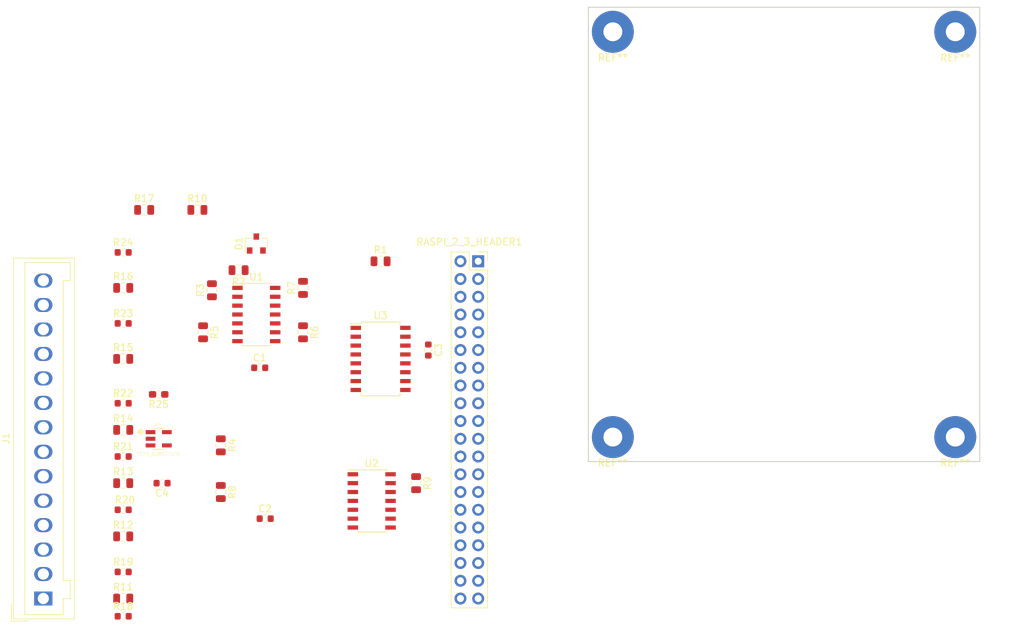
<source format=kicad_pcb>
(kicad_pcb (version 20171130) (host pcbnew 5.0.0-rc3-unknown-14ce5182~65~ubuntu16.04.1)

  (general
    (thickness 1.6)
    (drawings 4)
    (tracks 0)
    (zones 0)
    (modules 40)
    (nets 72)
  )

  (page A4)
  (layers
    (0 F.Cu signal)
    (31 B.Cu signal)
    (32 B.Adhes user)
    (33 F.Adhes user)
    (34 B.Paste user)
    (35 F.Paste user)
    (36 B.SilkS user)
    (37 F.SilkS user)
    (38 B.Mask user)
    (39 F.Mask user)
    (40 Dwgs.User user)
    (41 Cmts.User user)
    (42 Eco1.User user)
    (43 Eco2.User user)
    (44 Edge.Cuts user)
    (45 Margin user)
    (46 B.CrtYd user)
    (47 F.CrtYd user)
    (48 B.Fab user)
    (49 F.Fab user)
  )

  (setup
    (last_trace_width 0.25)
    (trace_clearance 0.2)
    (zone_clearance 0.508)
    (zone_45_only no)
    (trace_min 0.2)
    (segment_width 0.2)
    (edge_width 0.15)
    (via_size 0.8)
    (via_drill 0.4)
    (via_min_size 0.4)
    (via_min_drill 0.3)
    (uvia_size 0.3)
    (uvia_drill 0.1)
    (uvias_allowed no)
    (uvia_min_size 0.2)
    (uvia_min_drill 0.1)
    (pcb_text_width 0.3)
    (pcb_text_size 1.5 1.5)
    (mod_edge_width 0.15)
    (mod_text_size 1 1)
    (mod_text_width 0.15)
    (pad_size 6 6)
    (pad_drill 2.7)
    (pad_to_mask_clearance 0.2)
    (aux_axis_origin 0 0)
    (visible_elements FFFFFF7F)
    (pcbplotparams
      (layerselection 0x010fc_ffffffff)
      (usegerberextensions false)
      (usegerberattributes false)
      (usegerberadvancedattributes false)
      (creategerberjobfile false)
      (excludeedgelayer true)
      (linewidth 0.100000)
      (plotframeref false)
      (viasonmask false)
      (mode 1)
      (useauxorigin false)
      (hpglpennumber 1)
      (hpglpenspeed 20)
      (hpglpendiameter 15.000000)
      (psnegative false)
      (psa4output false)
      (plotreference true)
      (plotvalue true)
      (plotinvisibletext false)
      (padsonsilk false)
      (subtractmaskfromsilk false)
      (outputformat 1)
      (mirror false)
      (drillshape 1)
      (scaleselection 1)
      (outputdirectory ""))
  )

  (net 0 "")
  (net 1 "Net-(D1-Pad1)")
  (net 2 "Net-(D1-Pad2)")
  (net 3 "Net-(J1-Pad1)")
  (net 4 "Net-(J1-Pad2)")
  (net 5 "Net-(J1-Pad3)")
  (net 6 "Net-(J1-Pad4)")
  (net 7 "Net-(J1-Pad5)")
  (net 8 "Net-(J1-Pad6)")
  (net 9 "Net-(J1-Pad7)")
  (net 10 "Net-(J1-Pad8)")
  (net 11 "Net-(J1-Pad9)")
  (net 12 "Net-(J1-Pad10)")
  (net 13 "Net-(J1-Pad11)")
  (net 14 "Net-(J1-Pad12)")
  (net 15 "Net-(J1-Pad13)")
  (net 16 "Net-(J1-Pad14)")
  (net 17 "Net-(R2-Pad1)")
  (net 18 4V096)
  (net 19 "Net-(R3-Pad1)")
  (net 20 "Net-(R15-Pad2)")
  (net 21 "Net-(R4-Pad1)")
  (net 22 "Net-(R5-Pad2)")
  (net 23 "Net-(R12-Pad2)")
  (net 24 "Net-(R13-Pad2)")
  (net 25 "Net-(R6-Pad2)")
  (net 26 "Net-(R14-Pad2)")
  (net 27 "Net-(R7-Pad2)")
  (net 28 "Net-(R16-Pad2)")
  (net 29 "Net-(R8-Pad2)")
  (net 30 "Net-(R11-Pad2)")
  (net 31 "Net-(R9-Pad1)")
  (net 32 "Net-(R10-Pad1)")
  (net 33 "Net-(R10-Pad2)")
  (net 34 "Net-(RASPI_2_3_HEADER1-Pad3)")
  (net 35 "Net-(RASPI_2_3_HEADER1-Pad5)")
  (net 36 "Net-(RASPI_2_3_HEADER1-Pad7)")
  (net 37 "Net-(RASPI_2_3_HEADER1-Pad8)")
  (net 38 "Net-(RASPI_2_3_HEADER1-Pad9)")
  (net 39 "Net-(RASPI_2_3_HEADER1-Pad10)")
  (net 40 "Net-(RASPI_2_3_HEADER1-Pad11)")
  (net 41 "Net-(RASPI_2_3_HEADER1-Pad12)")
  (net 42 "Net-(RASPI_2_3_HEADER1-Pad13)")
  (net 43 "Net-(RASPI_2_3_HEADER1-Pad14)")
  (net 44 "Net-(RASPI_2_3_HEADER1-Pad15)")
  (net 45 "Net-(RASPI_2_3_HEADER1-Pad16)")
  (net 46 "Net-(RASPI_2_3_HEADER1-Pad17)")
  (net 47 "Net-(RASPI_2_3_HEADER1-Pad18)")
  (net 48 "Net-(RASPI_2_3_HEADER1-Pad19)")
  (net 49 "Net-(RASPI_2_3_HEADER1-Pad22)")
  (net 50 "Net-(RASPI_2_3_HEADER1-Pad23)")
  (net 51 "Net-(RASPI_2_3_HEADER1-Pad24)")
  (net 52 "Net-(RASPI_2_3_HEADER1-Pad26)")
  (net 53 "Net-(RASPI_2_3_HEADER1-Pad27)")
  (net 54 "Net-(RASPI_2_3_HEADER1-Pad28)")
  (net 55 "Net-(RASPI_2_3_HEADER1-Pad29)")
  (net 56 "Net-(RASPI_2_3_HEADER1-Pad31)")
  (net 57 "Net-(RASPI_2_3_HEADER1-Pad32)")
  (net 58 "Net-(RASPI_2_3_HEADER1-Pad33)")
  (net 59 "Net-(RASPI_2_3_HEADER1-Pad34)")
  (net 60 "Net-(RASPI_2_3_HEADER1-Pad35)")
  (net 61 "Net-(RASPI_2_3_HEADER1-Pad36)")
  (net 62 "Net-(RASPI_2_3_HEADER1-Pad37)")
  (net 63 "Net-(RASPI_2_3_HEADER1-Pad38)")
  (net 64 "Net-(RASPI_2_3_HEADER1-Pad40)")
  (net 65 "Net-(C1-Pad1)")
  (net 66 "Net-(C1-Pad2)")
  (net 67 "Net-(C3-Pad1)")
  (net 68 "Net-(C3-Pad2)")
  (net 69 +3V3)
  (net 70 "Net-(C4-Pad2)")
  (net 71 "Net-(R25-Pad1)")

  (net_class Default "This is the default net class."
    (clearance 0.2)
    (trace_width 0.25)
    (via_dia 0.8)
    (via_drill 0.4)
    (uvia_dia 0.3)
    (uvia_drill 0.1)
    (add_net +3V3)
    (add_net 4V096)
    (add_net "Net-(C1-Pad1)")
    (add_net "Net-(C1-Pad2)")
    (add_net "Net-(C3-Pad1)")
    (add_net "Net-(C3-Pad2)")
    (add_net "Net-(C4-Pad2)")
    (add_net "Net-(D1-Pad1)")
    (add_net "Net-(D1-Pad2)")
    (add_net "Net-(J1-Pad1)")
    (add_net "Net-(J1-Pad10)")
    (add_net "Net-(J1-Pad11)")
    (add_net "Net-(J1-Pad12)")
    (add_net "Net-(J1-Pad13)")
    (add_net "Net-(J1-Pad14)")
    (add_net "Net-(J1-Pad2)")
    (add_net "Net-(J1-Pad3)")
    (add_net "Net-(J1-Pad4)")
    (add_net "Net-(J1-Pad5)")
    (add_net "Net-(J1-Pad6)")
    (add_net "Net-(J1-Pad7)")
    (add_net "Net-(J1-Pad8)")
    (add_net "Net-(J1-Pad9)")
    (add_net "Net-(R10-Pad1)")
    (add_net "Net-(R10-Pad2)")
    (add_net "Net-(R11-Pad2)")
    (add_net "Net-(R12-Pad2)")
    (add_net "Net-(R13-Pad2)")
    (add_net "Net-(R14-Pad2)")
    (add_net "Net-(R15-Pad2)")
    (add_net "Net-(R16-Pad2)")
    (add_net "Net-(R2-Pad1)")
    (add_net "Net-(R25-Pad1)")
    (add_net "Net-(R3-Pad1)")
    (add_net "Net-(R4-Pad1)")
    (add_net "Net-(R5-Pad2)")
    (add_net "Net-(R6-Pad2)")
    (add_net "Net-(R7-Pad2)")
    (add_net "Net-(R8-Pad2)")
    (add_net "Net-(R9-Pad1)")
    (add_net "Net-(RASPI_2_3_HEADER1-Pad10)")
    (add_net "Net-(RASPI_2_3_HEADER1-Pad11)")
    (add_net "Net-(RASPI_2_3_HEADER1-Pad12)")
    (add_net "Net-(RASPI_2_3_HEADER1-Pad13)")
    (add_net "Net-(RASPI_2_3_HEADER1-Pad14)")
    (add_net "Net-(RASPI_2_3_HEADER1-Pad15)")
    (add_net "Net-(RASPI_2_3_HEADER1-Pad16)")
    (add_net "Net-(RASPI_2_3_HEADER1-Pad17)")
    (add_net "Net-(RASPI_2_3_HEADER1-Pad18)")
    (add_net "Net-(RASPI_2_3_HEADER1-Pad19)")
    (add_net "Net-(RASPI_2_3_HEADER1-Pad22)")
    (add_net "Net-(RASPI_2_3_HEADER1-Pad23)")
    (add_net "Net-(RASPI_2_3_HEADER1-Pad24)")
    (add_net "Net-(RASPI_2_3_HEADER1-Pad26)")
    (add_net "Net-(RASPI_2_3_HEADER1-Pad27)")
    (add_net "Net-(RASPI_2_3_HEADER1-Pad28)")
    (add_net "Net-(RASPI_2_3_HEADER1-Pad29)")
    (add_net "Net-(RASPI_2_3_HEADER1-Pad3)")
    (add_net "Net-(RASPI_2_3_HEADER1-Pad31)")
    (add_net "Net-(RASPI_2_3_HEADER1-Pad32)")
    (add_net "Net-(RASPI_2_3_HEADER1-Pad33)")
    (add_net "Net-(RASPI_2_3_HEADER1-Pad34)")
    (add_net "Net-(RASPI_2_3_HEADER1-Pad35)")
    (add_net "Net-(RASPI_2_3_HEADER1-Pad36)")
    (add_net "Net-(RASPI_2_3_HEADER1-Pad37)")
    (add_net "Net-(RASPI_2_3_HEADER1-Pad38)")
    (add_net "Net-(RASPI_2_3_HEADER1-Pad40)")
    (add_net "Net-(RASPI_2_3_HEADER1-Pad5)")
    (add_net "Net-(RASPI_2_3_HEADER1-Pad7)")
    (add_net "Net-(RASPI_2_3_HEADER1-Pad8)")
    (add_net "Net-(RASPI_2_3_HEADER1-Pad9)")
  )

  (module MountingHole:MountingHole_2.7mm_Pad (layer F.Cu) (tedit 5B5C890A) (tstamp 5B6CF5EC)
    (at 138.5 50.5 180)
    (descr "Mounting Hole 2.7mm")
    (tags "mounting hole 2.7mm")
    (attr virtual)
    (fp_text reference REF** (at 0 -3.7 180) (layer F.SilkS)
      (effects (font (size 1 1) (thickness 0.15)))
    )
    (fp_text value MountingHole_2.7mm_Pad (at 0 3.7 180) (layer F.Fab)
      (effects (font (size 1 1) (thickness 0.15)))
    )
    (fp_text user %R (at 0.3 0 180) (layer F.Fab)
      (effects (font (size 1 1) (thickness 0.15)))
    )
    (fp_circle (center 0 0) (end 2.7 0) (layer Cmts.User) (width 0.15))
    (fp_circle (center 0 0) (end 2.95 0) (layer F.CrtYd) (width 0.05))
    (pad 1 thru_hole circle (at 0 0 180) (size 6 6) (drill 2.7) (layers *.Cu *.Mask))
  )

  (module MountingHole:MountingHole_2.7mm_Pad (layer F.Cu) (tedit 5B5C890A) (tstamp 5B6CF5DE)
    (at 187.5 50.5 180)
    (descr "Mounting Hole 2.7mm")
    (tags "mounting hole 2.7mm")
    (attr virtual)
    (fp_text reference REF** (at 0 -3.7 180) (layer F.SilkS)
      (effects (font (size 1 1) (thickness 0.15)))
    )
    (fp_text value MountingHole_2.7mm_Pad (at 0 3.7 180) (layer F.Fab)
      (effects (font (size 1 1) (thickness 0.15)))
    )
    (fp_circle (center 0 0) (end 2.95 0) (layer F.CrtYd) (width 0.05))
    (fp_circle (center 0 0) (end 2.7 0) (layer Cmts.User) (width 0.15))
    (fp_text user %R (at 0.3 0 180) (layer F.Fab)
      (effects (font (size 1 1) (thickness 0.15)))
    )
    (pad 1 thru_hole circle (at 0 0 180) (size 6 6) (drill 2.7) (layers *.Cu *.Mask))
  )

  (module MountingHole:MountingHole_2.7mm_Pad (layer F.Cu) (tedit 5B5C890A) (tstamp 5B6CF5D0)
    (at 187.5 108.5 180)
    (descr "Mounting Hole 2.7mm")
    (tags "mounting hole 2.7mm")
    (attr virtual)
    (fp_text reference REF** (at 0 -3.7 180) (layer F.SilkS)
      (effects (font (size 1 1) (thickness 0.15)))
    )
    (fp_text value MountingHole_2.7mm_Pad (at 0 3.7 180) (layer F.Fab)
      (effects (font (size 1 1) (thickness 0.15)))
    )
    (fp_text user %R (at 0.3 0 180) (layer F.Fab)
      (effects (font (size 1 1) (thickness 0.15)))
    )
    (fp_circle (center 0 0) (end 2.7 0) (layer Cmts.User) (width 0.15))
    (fp_circle (center 0 0) (end 2.95 0) (layer F.CrtYd) (width 0.05))
    (pad 1 thru_hole circle (at 0 0 180) (size 6 6) (drill 2.7) (layers *.Cu *.Mask))
  )

  (module Package_TO_SOT_SMD:SOT-23 (layer F.Cu) (tedit 5A02FF57) (tstamp 5B5BF68C)
    (at 87.48 80.8 90)
    (descr "SOT-23, Standard")
    (tags SOT-23)
    (path /5B4AD8FF)
    (attr smd)
    (fp_text reference D1 (at 0 -2.5 90) (layer F.SilkS)
      (effects (font (size 1 1) (thickness 0.15)))
    )
    (fp_text value LM4040DBZ-4.1 (at 0 2.5 90) (layer F.Fab)
      (effects (font (size 1 1) (thickness 0.15)))
    )
    (fp_text user %R (at 0 0 180) (layer F.Fab)
      (effects (font (size 0.5 0.5) (thickness 0.075)))
    )
    (fp_line (start -0.7 -0.95) (end -0.7 1.5) (layer F.Fab) (width 0.1))
    (fp_line (start -0.15 -1.52) (end 0.7 -1.52) (layer F.Fab) (width 0.1))
    (fp_line (start -0.7 -0.95) (end -0.15 -1.52) (layer F.Fab) (width 0.1))
    (fp_line (start 0.7 -1.52) (end 0.7 1.52) (layer F.Fab) (width 0.1))
    (fp_line (start -0.7 1.52) (end 0.7 1.52) (layer F.Fab) (width 0.1))
    (fp_line (start 0.76 1.58) (end 0.76 0.65) (layer F.SilkS) (width 0.12))
    (fp_line (start 0.76 -1.58) (end 0.76 -0.65) (layer F.SilkS) (width 0.12))
    (fp_line (start -1.7 -1.75) (end 1.7 -1.75) (layer F.CrtYd) (width 0.05))
    (fp_line (start 1.7 -1.75) (end 1.7 1.75) (layer F.CrtYd) (width 0.05))
    (fp_line (start 1.7 1.75) (end -1.7 1.75) (layer F.CrtYd) (width 0.05))
    (fp_line (start -1.7 1.75) (end -1.7 -1.75) (layer F.CrtYd) (width 0.05))
    (fp_line (start 0.76 -1.58) (end -1.4 -1.58) (layer F.SilkS) (width 0.12))
    (fp_line (start 0.76 1.58) (end -0.7 1.58) (layer F.SilkS) (width 0.12))
    (pad 1 smd rect (at -1 -0.95 90) (size 0.9 0.8) (layers F.Cu F.Paste F.Mask)
      (net 1 "Net-(D1-Pad1)"))
    (pad 2 smd rect (at -1 0.95 90) (size 0.9 0.8) (layers F.Cu F.Paste F.Mask)
      (net 2 "Net-(D1-Pad2)"))
    (pad 3 smd rect (at 1 0 90) (size 0.9 0.8) (layers F.Cu F.Paste F.Mask))
    (model ${KISYS3DMOD}/Package_TO_SOT_SMD.3dshapes/SOT-23.wrl
      (at (xyz 0 0 0))
      (scale (xyz 1 1 1))
      (rotate (xyz 0 0 0))
    )
  )

  (module Resistor_SMD:R_0805_2012Metric (layer F.Cu) (tedit 5B36C52B) (tstamp 5B5BF6FD)
    (at 105.26 83.34)
    (descr "Resistor SMD 0805 (2012 Metric), square (rectangular) end terminal, IPC_7351 nominal, (Body size source: https://docs.google.com/spreadsheets/d/1BsfQQcO9C6DZCsRaXUlFlo91Tg2WpOkGARC1WS5S8t0/edit?usp=sharing), generated with kicad-footprint-generator")
    (tags resistor)
    (path /5B4AD9F3)
    (attr smd)
    (fp_text reference R1 (at 0 -1.65) (layer F.SilkS)
      (effects (font (size 1 1) (thickness 0.15)))
    )
    (fp_text value 470 (at 0 1.65) (layer F.Fab)
      (effects (font (size 1 1) (thickness 0.15)))
    )
    (fp_text user %R (at 0 0) (layer F.Fab)
      (effects (font (size 0.5 0.5) (thickness 0.08)))
    )
    (fp_line (start 1.68 0.95) (end -1.68 0.95) (layer F.CrtYd) (width 0.05))
    (fp_line (start 1.68 -0.95) (end 1.68 0.95) (layer F.CrtYd) (width 0.05))
    (fp_line (start -1.68 -0.95) (end 1.68 -0.95) (layer F.CrtYd) (width 0.05))
    (fp_line (start -1.68 0.95) (end -1.68 -0.95) (layer F.CrtYd) (width 0.05))
    (fp_line (start -0.258578 0.71) (end 0.258578 0.71) (layer F.SilkS) (width 0.12))
    (fp_line (start -0.258578 -0.71) (end 0.258578 -0.71) (layer F.SilkS) (width 0.12))
    (fp_line (start 1 0.6) (end -1 0.6) (layer F.Fab) (width 0.1))
    (fp_line (start 1 -0.6) (end 1 0.6) (layer F.Fab) (width 0.1))
    (fp_line (start -1 -0.6) (end 1 -0.6) (layer F.Fab) (width 0.1))
    (fp_line (start -1 0.6) (end -1 -0.6) (layer F.Fab) (width 0.1))
    (pad 2 smd roundrect (at 0.9375 0) (size 0.975 1.4) (layers F.Cu F.Paste F.Mask) (roundrect_rratio 0.25)
      (net 67 "Net-(C3-Pad1)"))
    (pad 1 smd roundrect (at -0.9375 0) (size 0.975 1.4) (layers F.Cu F.Paste F.Mask) (roundrect_rratio 0.25)
      (net 1 "Net-(D1-Pad1)"))
    (model ${KISYS3DMOD}/Resistor_SMD.3dshapes/R_0805_2012Metric.wrl
      (at (xyz 0 0 0))
      (scale (xyz 1 1 1))
      (rotate (xyz 0 0 0))
    )
  )

  (module Resistor_SMD:R_0805_2012Metric (layer F.Cu) (tedit 5B36C52B) (tstamp 5B5BF70E)
    (at 84.94 84.61 180)
    (descr "Resistor SMD 0805 (2012 Metric), square (rectangular) end terminal, IPC_7351 nominal, (Body size source: https://docs.google.com/spreadsheets/d/1BsfQQcO9C6DZCsRaXUlFlo91Tg2WpOkGARC1WS5S8t0/edit?usp=sharing), generated with kicad-footprint-generator")
    (tags resistor)
    (path /5B4C2E28)
    (attr smd)
    (fp_text reference R2 (at 0 -1.65 180) (layer F.SilkS)
      (effects (font (size 1 1) (thickness 0.15)))
    )
    (fp_text value 10k (at 0 1.65 180) (layer F.Fab)
      (effects (font (size 1 1) (thickness 0.15)))
    )
    (fp_line (start -1 0.6) (end -1 -0.6) (layer F.Fab) (width 0.1))
    (fp_line (start -1 -0.6) (end 1 -0.6) (layer F.Fab) (width 0.1))
    (fp_line (start 1 -0.6) (end 1 0.6) (layer F.Fab) (width 0.1))
    (fp_line (start 1 0.6) (end -1 0.6) (layer F.Fab) (width 0.1))
    (fp_line (start -0.258578 -0.71) (end 0.258578 -0.71) (layer F.SilkS) (width 0.12))
    (fp_line (start -0.258578 0.71) (end 0.258578 0.71) (layer F.SilkS) (width 0.12))
    (fp_line (start -1.68 0.95) (end -1.68 -0.95) (layer F.CrtYd) (width 0.05))
    (fp_line (start -1.68 -0.95) (end 1.68 -0.95) (layer F.CrtYd) (width 0.05))
    (fp_line (start 1.68 -0.95) (end 1.68 0.95) (layer F.CrtYd) (width 0.05))
    (fp_line (start 1.68 0.95) (end -1.68 0.95) (layer F.CrtYd) (width 0.05))
    (fp_text user %R (at 0 0 180) (layer F.Fab)
      (effects (font (size 0.5 0.5) (thickness 0.08)))
    )
    (pad 1 smd roundrect (at -0.9375 0 180) (size 0.975 1.4) (layers F.Cu F.Paste F.Mask) (roundrect_rratio 0.25)
      (net 17 "Net-(R2-Pad1)"))
    (pad 2 smd roundrect (at 0.9375 0 180) (size 0.975 1.4) (layers F.Cu F.Paste F.Mask) (roundrect_rratio 0.25)
      (net 1 "Net-(D1-Pad1)"))
    (model ${KISYS3DMOD}/Resistor_SMD.3dshapes/R_0805_2012Metric.wrl
      (at (xyz 0 0 0))
      (scale (xyz 1 1 1))
      (rotate (xyz 0 0 0))
    )
  )

  (module Resistor_SMD:R_0805_2012Metric (layer F.Cu) (tedit 5B36C52B) (tstamp 5B5BF71F)
    (at 81.13 87.4825 90)
    (descr "Resistor SMD 0805 (2012 Metric), square (rectangular) end terminal, IPC_7351 nominal, (Body size source: https://docs.google.com/spreadsheets/d/1BsfQQcO9C6DZCsRaXUlFlo91Tg2WpOkGARC1WS5S8t0/edit?usp=sharing), generated with kicad-footprint-generator")
    (tags resistor)
    (path /5B4D2768)
    (attr smd)
    (fp_text reference R3 (at 0 -1.65 90) (layer F.SilkS)
      (effects (font (size 1 1) (thickness 0.15)))
    )
    (fp_text value 10k (at 0 1.65 90) (layer F.Fab)
      (effects (font (size 1 1) (thickness 0.15)))
    )
    (fp_text user %R (at 0 0 90) (layer F.Fab)
      (effects (font (size 0.5 0.5) (thickness 0.08)))
    )
    (fp_line (start 1.68 0.95) (end -1.68 0.95) (layer F.CrtYd) (width 0.05))
    (fp_line (start 1.68 -0.95) (end 1.68 0.95) (layer F.CrtYd) (width 0.05))
    (fp_line (start -1.68 -0.95) (end 1.68 -0.95) (layer F.CrtYd) (width 0.05))
    (fp_line (start -1.68 0.95) (end -1.68 -0.95) (layer F.CrtYd) (width 0.05))
    (fp_line (start -0.258578 0.71) (end 0.258578 0.71) (layer F.SilkS) (width 0.12))
    (fp_line (start -0.258578 -0.71) (end 0.258578 -0.71) (layer F.SilkS) (width 0.12))
    (fp_line (start 1 0.6) (end -1 0.6) (layer F.Fab) (width 0.1))
    (fp_line (start 1 -0.6) (end 1 0.6) (layer F.Fab) (width 0.1))
    (fp_line (start -1 -0.6) (end 1 -0.6) (layer F.Fab) (width 0.1))
    (fp_line (start -1 0.6) (end -1 -0.6) (layer F.Fab) (width 0.1))
    (pad 2 smd roundrect (at 0.9375 0 90) (size 0.975 1.4) (layers F.Cu F.Paste F.Mask) (roundrect_rratio 0.25)
      (net 18 4V096))
    (pad 1 smd roundrect (at -0.9375 0 90) (size 0.975 1.4) (layers F.Cu F.Paste F.Mask) (roundrect_rratio 0.25)
      (net 19 "Net-(R3-Pad1)"))
    (model ${KISYS3DMOD}/Resistor_SMD.3dshapes/R_0805_2012Metric.wrl
      (at (xyz 0 0 0))
      (scale (xyz 1 1 1))
      (rotate (xyz 0 0 0))
    )
  )

  (module Resistor_SMD:R_0805_2012Metric (layer F.Cu) (tedit 5B36C52B) (tstamp 5B5BF730)
    (at 82.4 109.6775 270)
    (descr "Resistor SMD 0805 (2012 Metric), square (rectangular) end terminal, IPC_7351 nominal, (Body size source: https://docs.google.com/spreadsheets/d/1BsfQQcO9C6DZCsRaXUlFlo91Tg2WpOkGARC1WS5S8t0/edit?usp=sharing), generated with kicad-footprint-generator")
    (tags resistor)
    (path /5B5087E9)
    (attr smd)
    (fp_text reference R4 (at 0 -1.65 270) (layer F.SilkS)
      (effects (font (size 1 1) (thickness 0.15)))
    )
    (fp_text value 200K (at 0 1.65 270) (layer F.Fab)
      (effects (font (size 1 1) (thickness 0.15)))
    )
    (fp_text user %R (at 0 0 270) (layer F.Fab)
      (effects (font (size 0.5 0.5) (thickness 0.08)))
    )
    (fp_line (start 1.68 0.95) (end -1.68 0.95) (layer F.CrtYd) (width 0.05))
    (fp_line (start 1.68 -0.95) (end 1.68 0.95) (layer F.CrtYd) (width 0.05))
    (fp_line (start -1.68 -0.95) (end 1.68 -0.95) (layer F.CrtYd) (width 0.05))
    (fp_line (start -1.68 0.95) (end -1.68 -0.95) (layer F.CrtYd) (width 0.05))
    (fp_line (start -0.258578 0.71) (end 0.258578 0.71) (layer F.SilkS) (width 0.12))
    (fp_line (start -0.258578 -0.71) (end 0.258578 -0.71) (layer F.SilkS) (width 0.12))
    (fp_line (start 1 0.6) (end -1 0.6) (layer F.Fab) (width 0.1))
    (fp_line (start 1 -0.6) (end 1 0.6) (layer F.Fab) (width 0.1))
    (fp_line (start -1 -0.6) (end 1 -0.6) (layer F.Fab) (width 0.1))
    (fp_line (start -1 0.6) (end -1 -0.6) (layer F.Fab) (width 0.1))
    (pad 2 smd roundrect (at 0.9375 0 270) (size 0.975 1.4) (layers F.Cu F.Paste F.Mask) (roundrect_rratio 0.25)
      (net 20 "Net-(R15-Pad2)"))
    (pad 1 smd roundrect (at -0.9375 0 270) (size 0.975 1.4) (layers F.Cu F.Paste F.Mask) (roundrect_rratio 0.25)
      (net 21 "Net-(R4-Pad1)"))
    (model ${KISYS3DMOD}/Resistor_SMD.3dshapes/R_0805_2012Metric.wrl
      (at (xyz 0 0 0))
      (scale (xyz 1 1 1))
      (rotate (xyz 0 0 0))
    )
  )

  (module Resistor_SMD:R_0805_2012Metric (layer F.Cu) (tedit 5B36C52B) (tstamp 5B5BF741)
    (at 79.86 93.5 270)
    (descr "Resistor SMD 0805 (2012 Metric), square (rectangular) end terminal, IPC_7351 nominal, (Body size source: https://docs.google.com/spreadsheets/d/1BsfQQcO9C6DZCsRaXUlFlo91Tg2WpOkGARC1WS5S8t0/edit?usp=sharing), generated with kicad-footprint-generator")
    (tags resistor)
    (path /5B4E690B)
    (attr smd)
    (fp_text reference R5 (at 0 -1.65 270) (layer F.SilkS)
      (effects (font (size 1 1) (thickness 0.15)))
    )
    (fp_text value 100K (at 0 1.65 270) (layer F.Fab)
      (effects (font (size 1 1) (thickness 0.15)))
    )
    (fp_text user %R (at 0 0 270) (layer F.Fab)
      (effects (font (size 0.5 0.5) (thickness 0.08)))
    )
    (fp_line (start 1.68 0.95) (end -1.68 0.95) (layer F.CrtYd) (width 0.05))
    (fp_line (start 1.68 -0.95) (end 1.68 0.95) (layer F.CrtYd) (width 0.05))
    (fp_line (start -1.68 -0.95) (end 1.68 -0.95) (layer F.CrtYd) (width 0.05))
    (fp_line (start -1.68 0.95) (end -1.68 -0.95) (layer F.CrtYd) (width 0.05))
    (fp_line (start -0.258578 0.71) (end 0.258578 0.71) (layer F.SilkS) (width 0.12))
    (fp_line (start -0.258578 -0.71) (end 0.258578 -0.71) (layer F.SilkS) (width 0.12))
    (fp_line (start 1 0.6) (end -1 0.6) (layer F.Fab) (width 0.1))
    (fp_line (start 1 -0.6) (end 1 0.6) (layer F.Fab) (width 0.1))
    (fp_line (start -1 -0.6) (end 1 -0.6) (layer F.Fab) (width 0.1))
    (fp_line (start -1 0.6) (end -1 -0.6) (layer F.Fab) (width 0.1))
    (pad 2 smd roundrect (at 0.9375 0 270) (size 0.975 1.4) (layers F.Cu F.Paste F.Mask) (roundrect_rratio 0.25)
      (net 22 "Net-(R5-Pad2)"))
    (pad 1 smd roundrect (at -0.9375 0 270) (size 0.975 1.4) (layers F.Cu F.Paste F.Mask) (roundrect_rratio 0.25)
      (net 23 "Net-(R12-Pad2)"))
    (model ${KISYS3DMOD}/Resistor_SMD.3dshapes/R_0805_2012Metric.wrl
      (at (xyz 0 0 0))
      (scale (xyz 1 1 1))
      (rotate (xyz 0 0 0))
    )
  )

  (module Resistor_SMD:R_0805_2012Metric (layer F.Cu) (tedit 5B36C52B) (tstamp 5B5BF752)
    (at 94.1625 93.5 270)
    (descr "Resistor SMD 0805 (2012 Metric), square (rectangular) end terminal, IPC_7351 nominal, (Body size source: https://docs.google.com/spreadsheets/d/1BsfQQcO9C6DZCsRaXUlFlo91Tg2WpOkGARC1WS5S8t0/edit?usp=sharing), generated with kicad-footprint-generator")
    (tags resistor)
    (path /5B4F278F)
    (attr smd)
    (fp_text reference R6 (at 0 -1.65 270) (layer F.SilkS)
      (effects (font (size 1 1) (thickness 0.15)))
    )
    (fp_text value 100K (at 0 1.65 270) (layer F.Fab)
      (effects (font (size 1 1) (thickness 0.15)))
    )
    (fp_line (start -1 0.6) (end -1 -0.6) (layer F.Fab) (width 0.1))
    (fp_line (start -1 -0.6) (end 1 -0.6) (layer F.Fab) (width 0.1))
    (fp_line (start 1 -0.6) (end 1 0.6) (layer F.Fab) (width 0.1))
    (fp_line (start 1 0.6) (end -1 0.6) (layer F.Fab) (width 0.1))
    (fp_line (start -0.258578 -0.71) (end 0.258578 -0.71) (layer F.SilkS) (width 0.12))
    (fp_line (start -0.258578 0.71) (end 0.258578 0.71) (layer F.SilkS) (width 0.12))
    (fp_line (start -1.68 0.95) (end -1.68 -0.95) (layer F.CrtYd) (width 0.05))
    (fp_line (start -1.68 -0.95) (end 1.68 -0.95) (layer F.CrtYd) (width 0.05))
    (fp_line (start 1.68 -0.95) (end 1.68 0.95) (layer F.CrtYd) (width 0.05))
    (fp_line (start 1.68 0.95) (end -1.68 0.95) (layer F.CrtYd) (width 0.05))
    (fp_text user %R (at 0 0 270) (layer F.Fab)
      (effects (font (size 0.5 0.5) (thickness 0.08)))
    )
    (pad 1 smd roundrect (at -0.9375 0 270) (size 0.975 1.4) (layers F.Cu F.Paste F.Mask) (roundrect_rratio 0.25)
      (net 24 "Net-(R13-Pad2)"))
    (pad 2 smd roundrect (at 0.9375 0 270) (size 0.975 1.4) (layers F.Cu F.Paste F.Mask) (roundrect_rratio 0.25)
      (net 25 "Net-(R6-Pad2)"))
    (model ${KISYS3DMOD}/Resistor_SMD.3dshapes/R_0805_2012Metric.wrl
      (at (xyz 0 0 0))
      (scale (xyz 1 1 1))
      (rotate (xyz 0 0 0))
    )
  )

  (module Resistor_SMD:R_0805_2012Metric (layer F.Cu) (tedit 5B36C52B) (tstamp 5B5BF763)
    (at 94.1625 87.15 90)
    (descr "Resistor SMD 0805 (2012 Metric), square (rectangular) end terminal, IPC_7351 nominal, (Body size source: https://docs.google.com/spreadsheets/d/1BsfQQcO9C6DZCsRaXUlFlo91Tg2WpOkGARC1WS5S8t0/edit?usp=sharing), generated with kicad-footprint-generator")
    (tags resistor)
    (path /5B4FCC6E)
    (attr smd)
    (fp_text reference R7 (at 0 -1.65 90) (layer F.SilkS)
      (effects (font (size 1 1) (thickness 0.15)))
    )
    (fp_text value 100K (at 0 1.65 90) (layer F.Fab)
      (effects (font (size 1 1) (thickness 0.15)))
    )
    (fp_line (start -1 0.6) (end -1 -0.6) (layer F.Fab) (width 0.1))
    (fp_line (start -1 -0.6) (end 1 -0.6) (layer F.Fab) (width 0.1))
    (fp_line (start 1 -0.6) (end 1 0.6) (layer F.Fab) (width 0.1))
    (fp_line (start 1 0.6) (end -1 0.6) (layer F.Fab) (width 0.1))
    (fp_line (start -0.258578 -0.71) (end 0.258578 -0.71) (layer F.SilkS) (width 0.12))
    (fp_line (start -0.258578 0.71) (end 0.258578 0.71) (layer F.SilkS) (width 0.12))
    (fp_line (start -1.68 0.95) (end -1.68 -0.95) (layer F.CrtYd) (width 0.05))
    (fp_line (start -1.68 -0.95) (end 1.68 -0.95) (layer F.CrtYd) (width 0.05))
    (fp_line (start 1.68 -0.95) (end 1.68 0.95) (layer F.CrtYd) (width 0.05))
    (fp_line (start 1.68 0.95) (end -1.68 0.95) (layer F.CrtYd) (width 0.05))
    (fp_text user %R (at 0 0 90) (layer F.Fab)
      (effects (font (size 0.5 0.5) (thickness 0.08)))
    )
    (pad 1 smd roundrect (at -0.9375 0 90) (size 0.975 1.4) (layers F.Cu F.Paste F.Mask) (roundrect_rratio 0.25)
      (net 26 "Net-(R14-Pad2)"))
    (pad 2 smd roundrect (at 0.9375 0 90) (size 0.975 1.4) (layers F.Cu F.Paste F.Mask) (roundrect_rratio 0.25)
      (net 27 "Net-(R7-Pad2)"))
    (model ${KISYS3DMOD}/Resistor_SMD.3dshapes/R_0805_2012Metric.wrl
      (at (xyz 0 0 0))
      (scale (xyz 1 1 1))
      (rotate (xyz 0 0 0))
    )
  )

  (module Resistor_SMD:R_0805_2012Metric (layer F.Cu) (tedit 5B36C52B) (tstamp 5B5BF774)
    (at 82.4 116.36 270)
    (descr "Resistor SMD 0805 (2012 Metric), square (rectangular) end terminal, IPC_7351 nominal, (Body size source: https://docs.google.com/spreadsheets/d/1BsfQQcO9C6DZCsRaXUlFlo91Tg2WpOkGARC1WS5S8t0/edit?usp=sharing), generated with kicad-footprint-generator")
    (tags resistor)
    (path /5B52D841)
    (attr smd)
    (fp_text reference R8 (at 0 -1.65 270) (layer F.SilkS)
      (effects (font (size 1 1) (thickness 0.15)))
    )
    (fp_text value 200k (at 0 1.65 270) (layer F.Fab)
      (effects (font (size 1 1) (thickness 0.15)))
    )
    (fp_line (start -1 0.6) (end -1 -0.6) (layer F.Fab) (width 0.1))
    (fp_line (start -1 -0.6) (end 1 -0.6) (layer F.Fab) (width 0.1))
    (fp_line (start 1 -0.6) (end 1 0.6) (layer F.Fab) (width 0.1))
    (fp_line (start 1 0.6) (end -1 0.6) (layer F.Fab) (width 0.1))
    (fp_line (start -0.258578 -0.71) (end 0.258578 -0.71) (layer F.SilkS) (width 0.12))
    (fp_line (start -0.258578 0.71) (end 0.258578 0.71) (layer F.SilkS) (width 0.12))
    (fp_line (start -1.68 0.95) (end -1.68 -0.95) (layer F.CrtYd) (width 0.05))
    (fp_line (start -1.68 -0.95) (end 1.68 -0.95) (layer F.CrtYd) (width 0.05))
    (fp_line (start 1.68 -0.95) (end 1.68 0.95) (layer F.CrtYd) (width 0.05))
    (fp_line (start 1.68 0.95) (end -1.68 0.95) (layer F.CrtYd) (width 0.05))
    (fp_text user %R (at 0 0 270) (layer F.Fab)
      (effects (font (size 0.5 0.5) (thickness 0.08)))
    )
    (pad 1 smd roundrect (at -0.9375 0 270) (size 0.975 1.4) (layers F.Cu F.Paste F.Mask) (roundrect_rratio 0.25)
      (net 28 "Net-(R16-Pad2)"))
    (pad 2 smd roundrect (at 0.9375 0 270) (size 0.975 1.4) (layers F.Cu F.Paste F.Mask) (roundrect_rratio 0.25)
      (net 29 "Net-(R8-Pad2)"))
    (model ${KISYS3DMOD}/Resistor_SMD.3dshapes/R_0805_2012Metric.wrl
      (at (xyz 0 0 0))
      (scale (xyz 1 1 1))
      (rotate (xyz 0 0 0))
    )
  )

  (module Resistor_SMD:R_0805_2012Metric (layer F.Cu) (tedit 5B36C52B) (tstamp 5B5BF785)
    (at 110.34 115.09 270)
    (descr "Resistor SMD 0805 (2012 Metric), square (rectangular) end terminal, IPC_7351 nominal, (Body size source: https://docs.google.com/spreadsheets/d/1BsfQQcO9C6DZCsRaXUlFlo91Tg2WpOkGARC1WS5S8t0/edit?usp=sharing), generated with kicad-footprint-generator")
    (tags resistor)
    (path /5B53F3EB)
    (attr smd)
    (fp_text reference R9 (at 0 -1.65 270) (layer F.SilkS)
      (effects (font (size 1 1) (thickness 0.15)))
    )
    (fp_text value 500k (at 0 1.65 270) (layer F.Fab)
      (effects (font (size 1 1) (thickness 0.15)))
    )
    (fp_text user %R (at 0 0 270) (layer F.Fab)
      (effects (font (size 0.5 0.5) (thickness 0.08)))
    )
    (fp_line (start 1.68 0.95) (end -1.68 0.95) (layer F.CrtYd) (width 0.05))
    (fp_line (start 1.68 -0.95) (end 1.68 0.95) (layer F.CrtYd) (width 0.05))
    (fp_line (start -1.68 -0.95) (end 1.68 -0.95) (layer F.CrtYd) (width 0.05))
    (fp_line (start -1.68 0.95) (end -1.68 -0.95) (layer F.CrtYd) (width 0.05))
    (fp_line (start -0.258578 0.71) (end 0.258578 0.71) (layer F.SilkS) (width 0.12))
    (fp_line (start -0.258578 -0.71) (end 0.258578 -0.71) (layer F.SilkS) (width 0.12))
    (fp_line (start 1 0.6) (end -1 0.6) (layer F.Fab) (width 0.1))
    (fp_line (start 1 -0.6) (end 1 0.6) (layer F.Fab) (width 0.1))
    (fp_line (start -1 -0.6) (end 1 -0.6) (layer F.Fab) (width 0.1))
    (fp_line (start -1 0.6) (end -1 -0.6) (layer F.Fab) (width 0.1))
    (pad 2 smd roundrect (at 0.9375 0 270) (size 0.975 1.4) (layers F.Cu F.Paste F.Mask) (roundrect_rratio 0.25)
      (net 30 "Net-(R11-Pad2)"))
    (pad 1 smd roundrect (at -0.9375 0 270) (size 0.975 1.4) (layers F.Cu F.Paste F.Mask) (roundrect_rratio 0.25)
      (net 31 "Net-(R9-Pad1)"))
    (model ${KISYS3DMOD}/Resistor_SMD.3dshapes/R_0805_2012Metric.wrl
      (at (xyz 0 0 0))
      (scale (xyz 1 1 1))
      (rotate (xyz 0 0 0))
    )
  )

  (module Resistor_SMD:R_0805_2012Metric (layer F.Cu) (tedit 5B36C52B) (tstamp 5B5BF796)
    (at 79.05 75.99)
    (descr "Resistor SMD 0805 (2012 Metric), square (rectangular) end terminal, IPC_7351 nominal, (Body size source: https://docs.google.com/spreadsheets/d/1BsfQQcO9C6DZCsRaXUlFlo91Tg2WpOkGARC1WS5S8t0/edit?usp=sharing), generated with kicad-footprint-generator")
    (tags resistor)
    (path /5B535E35)
    (attr smd)
    (fp_text reference R10 (at 0 -1.65) (layer F.SilkS)
      (effects (font (size 1 1) (thickness 0.15)))
    )
    (fp_text value 200k (at 0 1.65) (layer F.Fab)
      (effects (font (size 1 1) (thickness 0.15)))
    )
    (fp_line (start -1 0.6) (end -1 -0.6) (layer F.Fab) (width 0.1))
    (fp_line (start -1 -0.6) (end 1 -0.6) (layer F.Fab) (width 0.1))
    (fp_line (start 1 -0.6) (end 1 0.6) (layer F.Fab) (width 0.1))
    (fp_line (start 1 0.6) (end -1 0.6) (layer F.Fab) (width 0.1))
    (fp_line (start -0.258578 -0.71) (end 0.258578 -0.71) (layer F.SilkS) (width 0.12))
    (fp_line (start -0.258578 0.71) (end 0.258578 0.71) (layer F.SilkS) (width 0.12))
    (fp_line (start -1.68 0.95) (end -1.68 -0.95) (layer F.CrtYd) (width 0.05))
    (fp_line (start -1.68 -0.95) (end 1.68 -0.95) (layer F.CrtYd) (width 0.05))
    (fp_line (start 1.68 -0.95) (end 1.68 0.95) (layer F.CrtYd) (width 0.05))
    (fp_line (start 1.68 0.95) (end -1.68 0.95) (layer F.CrtYd) (width 0.05))
    (fp_text user %R (at 0 0 -270) (layer F.Fab)
      (effects (font (size 0.5 0.5) (thickness 0.08)))
    )
    (pad 1 smd roundrect (at -0.9375 0) (size 0.975 1.4) (layers F.Cu F.Paste F.Mask) (roundrect_rratio 0.25)
      (net 32 "Net-(R10-Pad1)"))
    (pad 2 smd roundrect (at 0.9375 0) (size 0.975 1.4) (layers F.Cu F.Paste F.Mask) (roundrect_rratio 0.25)
      (net 33 "Net-(R10-Pad2)"))
    (model ${KISYS3DMOD}/Resistor_SMD.3dshapes/R_0805_2012Metric.wrl
      (at (xyz 0 0 0))
      (scale (xyz 1 1 1))
      (rotate (xyz 0 0 0))
    )
  )

  (module Resistor_SMD:R_0805_2012Metric (layer F.Cu) (tedit 5B36C52B) (tstamp 5B5BF7A7)
    (at 68.43 131.6)
    (descr "Resistor SMD 0805 (2012 Metric), square (rectangular) end terminal, IPC_7351 nominal, (Body size source: https://docs.google.com/spreadsheets/d/1BsfQQcO9C6DZCsRaXUlFlo91Tg2WpOkGARC1WS5S8t0/edit?usp=sharing), generated with kicad-footprint-generator")
    (tags resistor)
    (path /5B4DE9E9)
    (attr smd)
    (fp_text reference R11 (at 0 -1.65) (layer F.SilkS)
      (effects (font (size 1 1) (thickness 0.15)))
    )
    (fp_text value 1K (at 0 1.65) (layer F.Fab)
      (effects (font (size 1 1) (thickness 0.15)))
    )
    (fp_line (start -1 0.6) (end -1 -0.6) (layer F.Fab) (width 0.1))
    (fp_line (start -1 -0.6) (end 1 -0.6) (layer F.Fab) (width 0.1))
    (fp_line (start 1 -0.6) (end 1 0.6) (layer F.Fab) (width 0.1))
    (fp_line (start 1 0.6) (end -1 0.6) (layer F.Fab) (width 0.1))
    (fp_line (start -0.258578 -0.71) (end 0.258578 -0.71) (layer F.SilkS) (width 0.12))
    (fp_line (start -0.258578 0.71) (end 0.258578 0.71) (layer F.SilkS) (width 0.12))
    (fp_line (start -1.68 0.95) (end -1.68 -0.95) (layer F.CrtYd) (width 0.05))
    (fp_line (start -1.68 -0.95) (end 1.68 -0.95) (layer F.CrtYd) (width 0.05))
    (fp_line (start 1.68 -0.95) (end 1.68 0.95) (layer F.CrtYd) (width 0.05))
    (fp_line (start 1.68 0.95) (end -1.68 0.95) (layer F.CrtYd) (width 0.05))
    (fp_text user %R (at 0 0) (layer F.Fab)
      (effects (font (size 0.5 0.5) (thickness 0.08)))
    )
    (pad 1 smd roundrect (at -0.9375 0) (size 0.975 1.4) (layers F.Cu F.Paste F.Mask) (roundrect_rratio 0.25)
      (net 4 "Net-(J1-Pad2)"))
    (pad 2 smd roundrect (at 0.9375 0) (size 0.975 1.4) (layers F.Cu F.Paste F.Mask) (roundrect_rratio 0.25)
      (net 30 "Net-(R11-Pad2)"))
    (model ${KISYS3DMOD}/Resistor_SMD.3dshapes/R_0805_2012Metric.wrl
      (at (xyz 0 0 0))
      (scale (xyz 1 1 1))
      (rotate (xyz 0 0 0))
    )
  )

  (module Resistor_SMD:R_0805_2012Metric (layer F.Cu) (tedit 5B36C52B) (tstamp 5B5BF7B8)
    (at 68.43 122.71)
    (descr "Resistor SMD 0805 (2012 Metric), square (rectangular) end terminal, IPC_7351 nominal, (Body size source: https://docs.google.com/spreadsheets/d/1BsfQQcO9C6DZCsRaXUlFlo91Tg2WpOkGARC1WS5S8t0/edit?usp=sharing), generated with kicad-footprint-generator")
    (tags resistor)
    (path /5B54D3F8)
    (attr smd)
    (fp_text reference R12 (at 0 -1.65) (layer F.SilkS)
      (effects (font (size 1 1) (thickness 0.15)))
    )
    (fp_text value 1k (at 0 1.65) (layer F.Fab)
      (effects (font (size 1 1) (thickness 0.15)))
    )
    (fp_line (start -1 0.6) (end -1 -0.6) (layer F.Fab) (width 0.1))
    (fp_line (start -1 -0.6) (end 1 -0.6) (layer F.Fab) (width 0.1))
    (fp_line (start 1 -0.6) (end 1 0.6) (layer F.Fab) (width 0.1))
    (fp_line (start 1 0.6) (end -1 0.6) (layer F.Fab) (width 0.1))
    (fp_line (start -0.258578 -0.71) (end 0.258578 -0.71) (layer F.SilkS) (width 0.12))
    (fp_line (start -0.258578 0.71) (end 0.258578 0.71) (layer F.SilkS) (width 0.12))
    (fp_line (start -1.68 0.95) (end -1.68 -0.95) (layer F.CrtYd) (width 0.05))
    (fp_line (start -1.68 -0.95) (end 1.68 -0.95) (layer F.CrtYd) (width 0.05))
    (fp_line (start 1.68 -0.95) (end 1.68 0.95) (layer F.CrtYd) (width 0.05))
    (fp_line (start 1.68 0.95) (end -1.68 0.95) (layer F.CrtYd) (width 0.05))
    (fp_text user %R (at 0 0) (layer F.Fab)
      (effects (font (size 0.5 0.5) (thickness 0.08)))
    )
    (pad 1 smd roundrect (at -0.9375 0) (size 0.975 1.4) (layers F.Cu F.Paste F.Mask) (roundrect_rratio 0.25)
      (net 6 "Net-(J1-Pad4)"))
    (pad 2 smd roundrect (at 0.9375 0) (size 0.975 1.4) (layers F.Cu F.Paste F.Mask) (roundrect_rratio 0.25)
      (net 23 "Net-(R12-Pad2)"))
    (model ${KISYS3DMOD}/Resistor_SMD.3dshapes/R_0805_2012Metric.wrl
      (at (xyz 0 0 0))
      (scale (xyz 1 1 1))
      (rotate (xyz 0 0 0))
    )
  )

  (module Resistor_SMD:R_0805_2012Metric (layer F.Cu) (tedit 5B5C81A4) (tstamp 5B5BF7C9)
    (at 68.43 115.09)
    (descr "Resistor SMD 0805 (2012 Metric), square (rectangular) end terminal, IPC_7351 nominal, (Body size source: https://docs.google.com/spreadsheets/d/1BsfQQcO9C6DZCsRaXUlFlo91Tg2WpOkGARC1WS5S8t0/edit?usp=sharing), generated with kicad-footprint-generator")
    (tags resistor)
    (path /5B5DC483)
    (attr smd)
    (fp_text reference R13 (at 0 -1.65) (layer F.SilkS)
      (effects (font (size 1 1) (thickness 0.15)))
    )
    (fp_text value 1k (at 0 1.65) (layer F.Fab)
      (effects (font (size 1 1) (thickness 0.15)))
    )
    (fp_text user %R (at -0.435001 -1.27) (layer F.Fab)
      (effects (font (size 0.5 0.5) (thickness 0.08)))
    )
    (fp_line (start 1.68 0.95) (end -1.68 0.95) (layer F.CrtYd) (width 0.05))
    (fp_line (start 1.68 -0.95) (end 1.68 0.95) (layer F.CrtYd) (width 0.05))
    (fp_line (start -1.68 -0.95) (end 1.68 -0.95) (layer F.CrtYd) (width 0.05))
    (fp_line (start -1.68 0.95) (end -1.68 -0.95) (layer F.CrtYd) (width 0.05))
    (fp_line (start -0.258578 0.71) (end 0.258578 0.71) (layer F.SilkS) (width 0.12))
    (fp_line (start -0.258578 -0.71) (end 0.258578 -0.71) (layer F.SilkS) (width 0.12))
    (fp_line (start 1 0.6) (end -1 0.6) (layer F.Fab) (width 0.1))
    (fp_line (start 1 -0.6) (end 1 0.6) (layer F.Fab) (width 0.1))
    (fp_line (start -1 -0.6) (end 1 -0.6) (layer F.Fab) (width 0.1))
    (fp_line (start -1 0.6) (end -1 -0.6) (layer F.Fab) (width 0.1))
    (pad 2 smd roundrect (at 0.9375 0) (size 0.975 1.4) (layers F.Cu F.Paste F.Mask) (roundrect_rratio 0.25)
      (net 24 "Net-(R13-Pad2)"))
    (pad 1 smd roundrect (at -0.9375 0) (size 0.975 1.4) (layers F.Cu F.Paste F.Mask) (roundrect_rratio 0.25)
      (net 8 "Net-(J1-Pad6)"))
    (model ${KISYS3DMOD}/Resistor_SMD.3dshapes/R_0805_2012Metric.wrl
      (at (xyz 0 0 0))
      (scale (xyz 1 1 1))
      (rotate (xyz 0 0 0))
    )
  )

  (module Resistor_SMD:R_0805_2012Metric (layer F.Cu) (tedit 5B36C52B) (tstamp 5B5BF7DA)
    (at 68.43 107.47)
    (descr "Resistor SMD 0805 (2012 Metric), square (rectangular) end terminal, IPC_7351 nominal, (Body size source: https://docs.google.com/spreadsheets/d/1BsfQQcO9C6DZCsRaXUlFlo91Tg2WpOkGARC1WS5S8t0/edit?usp=sharing), generated with kicad-footprint-generator")
    (tags resistor)
    (path /5B550FC6)
    (attr smd)
    (fp_text reference R14 (at 0 -1.65) (layer F.SilkS)
      (effects (font (size 1 1) (thickness 0.15)))
    )
    (fp_text value 1k (at 0 1.65) (layer F.Fab)
      (effects (font (size 1 1) (thickness 0.15)))
    )
    (fp_text user %R (at 0 1.27) (layer F.Fab)
      (effects (font (size 0.5 0.5) (thickness 0.08)))
    )
    (fp_line (start 1.68 0.95) (end -1.68 0.95) (layer F.CrtYd) (width 0.05))
    (fp_line (start 1.68 -0.95) (end 1.68 0.95) (layer F.CrtYd) (width 0.05))
    (fp_line (start -1.68 -0.95) (end 1.68 -0.95) (layer F.CrtYd) (width 0.05))
    (fp_line (start -1.68 0.95) (end -1.68 -0.95) (layer F.CrtYd) (width 0.05))
    (fp_line (start -0.258578 0.71) (end 0.258578 0.71) (layer F.SilkS) (width 0.12))
    (fp_line (start -0.258578 -0.71) (end 0.258578 -0.71) (layer F.SilkS) (width 0.12))
    (fp_line (start 1 0.6) (end -1 0.6) (layer F.Fab) (width 0.1))
    (fp_line (start 1 -0.6) (end 1 0.6) (layer F.Fab) (width 0.1))
    (fp_line (start -1 -0.6) (end 1 -0.6) (layer F.Fab) (width 0.1))
    (fp_line (start -1 0.6) (end -1 -0.6) (layer F.Fab) (width 0.1))
    (pad 2 smd roundrect (at 0.9375 0) (size 0.975 1.4) (layers F.Cu F.Paste F.Mask) (roundrect_rratio 0.25)
      (net 26 "Net-(R14-Pad2)"))
    (pad 1 smd roundrect (at -0.9375 0) (size 0.975 1.4) (layers F.Cu F.Paste F.Mask) (roundrect_rratio 0.25)
      (net 10 "Net-(J1-Pad8)"))
    (model ${KISYS3DMOD}/Resistor_SMD.3dshapes/R_0805_2012Metric.wrl
      (at (xyz 0 0 0))
      (scale (xyz 1 1 1))
      (rotate (xyz 0 0 0))
    )
  )

  (module Resistor_SMD:R_0805_2012Metric (layer F.Cu) (tedit 5B36C52B) (tstamp 5B5BF7EB)
    (at 68.43 97.31)
    (descr "Resistor SMD 0805 (2012 Metric), square (rectangular) end terminal, IPC_7351 nominal, (Body size source: https://docs.google.com/spreadsheets/d/1BsfQQcO9C6DZCsRaXUlFlo91Tg2WpOkGARC1WS5S8t0/edit?usp=sharing), generated with kicad-footprint-generator")
    (tags resistor)
    (path /5B55101A)
    (attr smd)
    (fp_text reference R15 (at 0 -1.65) (layer F.SilkS)
      (effects (font (size 1 1) (thickness 0.15)))
    )
    (fp_text value 1k (at 0 1.65) (layer F.Fab)
      (effects (font (size 1 1) (thickness 0.15)))
    )
    (fp_line (start -1 0.6) (end -1 -0.6) (layer F.Fab) (width 0.1))
    (fp_line (start -1 -0.6) (end 1 -0.6) (layer F.Fab) (width 0.1))
    (fp_line (start 1 -0.6) (end 1 0.6) (layer F.Fab) (width 0.1))
    (fp_line (start 1 0.6) (end -1 0.6) (layer F.Fab) (width 0.1))
    (fp_line (start -0.258578 -0.71) (end 0.258578 -0.71) (layer F.SilkS) (width 0.12))
    (fp_line (start -0.258578 0.71) (end 0.258578 0.71) (layer F.SilkS) (width 0.12))
    (fp_line (start -1.68 0.95) (end -1.68 -0.95) (layer F.CrtYd) (width 0.05))
    (fp_line (start -1.68 -0.95) (end 1.68 -0.95) (layer F.CrtYd) (width 0.05))
    (fp_line (start 1.68 -0.95) (end 1.68 0.95) (layer F.CrtYd) (width 0.05))
    (fp_line (start 1.68 0.95) (end -1.68 0.95) (layer F.CrtYd) (width 0.05))
    (fp_text user %R (at 0 0) (layer F.Fab)
      (effects (font (size 0.5 0.5) (thickness 0.08)))
    )
    (pad 1 smd roundrect (at -0.9375 0) (size 0.975 1.4) (layers F.Cu F.Paste F.Mask) (roundrect_rratio 0.25)
      (net 12 "Net-(J1-Pad10)"))
    (pad 2 smd roundrect (at 0.9375 0) (size 0.975 1.4) (layers F.Cu F.Paste F.Mask) (roundrect_rratio 0.25)
      (net 20 "Net-(R15-Pad2)"))
    (model ${KISYS3DMOD}/Resistor_SMD.3dshapes/R_0805_2012Metric.wrl
      (at (xyz 0 0 0))
      (scale (xyz 1 1 1))
      (rotate (xyz 0 0 0))
    )
  )

  (module Resistor_SMD:R_0805_2012Metric (layer F.Cu) (tedit 5B36C52B) (tstamp 5B5BF7FC)
    (at 68.43 87.15)
    (descr "Resistor SMD 0805 (2012 Metric), square (rectangular) end terminal, IPC_7351 nominal, (Body size source: https://docs.google.com/spreadsheets/d/1BsfQQcO9C6DZCsRaXUlFlo91Tg2WpOkGARC1WS5S8t0/edit?usp=sharing), generated with kicad-footprint-generator")
    (tags resistor)
    (path /5B55106F)
    (attr smd)
    (fp_text reference R16 (at 0 -1.65) (layer F.SilkS)
      (effects (font (size 1 1) (thickness 0.15)))
    )
    (fp_text value 1k (at 0 1.65) (layer F.Fab)
      (effects (font (size 1 1) (thickness 0.15)))
    )
    (fp_text user %R (at 0 0) (layer F.Fab)
      (effects (font (size 0.5 0.5) (thickness 0.08)))
    )
    (fp_line (start 1.68 0.95) (end -1.68 0.95) (layer F.CrtYd) (width 0.05))
    (fp_line (start 1.68 -0.95) (end 1.68 0.95) (layer F.CrtYd) (width 0.05))
    (fp_line (start -1.68 -0.95) (end 1.68 -0.95) (layer F.CrtYd) (width 0.05))
    (fp_line (start -1.68 0.95) (end -1.68 -0.95) (layer F.CrtYd) (width 0.05))
    (fp_line (start -0.258578 0.71) (end 0.258578 0.71) (layer F.SilkS) (width 0.12))
    (fp_line (start -0.258578 -0.71) (end 0.258578 -0.71) (layer F.SilkS) (width 0.12))
    (fp_line (start 1 0.6) (end -1 0.6) (layer F.Fab) (width 0.1))
    (fp_line (start 1 -0.6) (end 1 0.6) (layer F.Fab) (width 0.1))
    (fp_line (start -1 -0.6) (end 1 -0.6) (layer F.Fab) (width 0.1))
    (fp_line (start -1 0.6) (end -1 -0.6) (layer F.Fab) (width 0.1))
    (pad 2 smd roundrect (at 0.9375 0) (size 0.975 1.4) (layers F.Cu F.Paste F.Mask) (roundrect_rratio 0.25)
      (net 28 "Net-(R16-Pad2)"))
    (pad 1 smd roundrect (at -0.9375 0) (size 0.975 1.4) (layers F.Cu F.Paste F.Mask) (roundrect_rratio 0.25)
      (net 14 "Net-(J1-Pad12)"))
    (model ${KISYS3DMOD}/Resistor_SMD.3dshapes/R_0805_2012Metric.wrl
      (at (xyz 0 0 0))
      (scale (xyz 1 1 1))
      (rotate (xyz 0 0 0))
    )
  )

  (module Resistor_SMD:R_0805_2012Metric (layer F.Cu) (tedit 5B36C52B) (tstamp 5B5BF80D)
    (at 71.43 75.99)
    (descr "Resistor SMD 0805 (2012 Metric), square (rectangular) end terminal, IPC_7351 nominal, (Body size source: https://docs.google.com/spreadsheets/d/1BsfQQcO9C6DZCsRaXUlFlo91Tg2WpOkGARC1WS5S8t0/edit?usp=sharing), generated with kicad-footprint-generator")
    (tags resistor)
    (path /5B5510C7)
    (attr smd)
    (fp_text reference R17 (at 0 -1.65) (layer F.SilkS)
      (effects (font (size 1 1) (thickness 0.15)))
    )
    (fp_text value 1k (at 0 1.65) (layer F.Fab)
      (effects (font (size 1 1) (thickness 0.15)))
    )
    (fp_line (start -1 0.6) (end -1 -0.6) (layer F.Fab) (width 0.1))
    (fp_line (start -1 -0.6) (end 1 -0.6) (layer F.Fab) (width 0.1))
    (fp_line (start 1 -0.6) (end 1 0.6) (layer F.Fab) (width 0.1))
    (fp_line (start 1 0.6) (end -1 0.6) (layer F.Fab) (width 0.1))
    (fp_line (start -0.258578 -0.71) (end 0.258578 -0.71) (layer F.SilkS) (width 0.12))
    (fp_line (start -0.258578 0.71) (end 0.258578 0.71) (layer F.SilkS) (width 0.12))
    (fp_line (start -1.68 0.95) (end -1.68 -0.95) (layer F.CrtYd) (width 0.05))
    (fp_line (start -1.68 -0.95) (end 1.68 -0.95) (layer F.CrtYd) (width 0.05))
    (fp_line (start 1.68 -0.95) (end 1.68 0.95) (layer F.CrtYd) (width 0.05))
    (fp_line (start 1.68 0.95) (end -1.68 0.95) (layer F.CrtYd) (width 0.05))
    (fp_text user %R (at 0 0.254999) (layer F.Fab)
      (effects (font (size 0.5 0.5) (thickness 0.08)))
    )
    (pad 1 smd roundrect (at -0.9375 0) (size 0.975 1.4) (layers F.Cu F.Paste F.Mask) (roundrect_rratio 0.25)
      (net 16 "Net-(J1-Pad14)"))
    (pad 2 smd roundrect (at 0.9375 0) (size 0.975 1.4) (layers F.Cu F.Paste F.Mask) (roundrect_rratio 0.25)
      (net 32 "Net-(R10-Pad1)"))
    (model ${KISYS3DMOD}/Resistor_SMD.3dshapes/R_0805_2012Metric.wrl
      (at (xyz 0 0 0))
      (scale (xyz 1 1 1))
      (rotate (xyz 0 0 0))
    )
  )

  (module Resistor_SMD:R_0603_1608Metric (layer F.Cu) (tedit 5B301BBD) (tstamp 5B5BF81E)
    (at 68.43 134.14)
    (descr "Resistor SMD 0603 (1608 Metric), square (rectangular) end terminal, IPC_7351 nominal, (Body size source: http://www.tortai-tech.com/upload/download/2011102023233369053.pdf), generated with kicad-footprint-generator")
    (tags resistor)
    (path /5B54A613)
    (attr smd)
    (fp_text reference R18 (at 0 -1.43) (layer F.SilkS)
      (effects (font (size 1 1) (thickness 0.15)))
    )
    (fp_text value 500K (at 0 1.43) (layer F.Fab)
      (effects (font (size 1 1) (thickness 0.15)))
    )
    (fp_line (start -0.8 0.4) (end -0.8 -0.4) (layer F.Fab) (width 0.1))
    (fp_line (start -0.8 -0.4) (end 0.8 -0.4) (layer F.Fab) (width 0.1))
    (fp_line (start 0.8 -0.4) (end 0.8 0.4) (layer F.Fab) (width 0.1))
    (fp_line (start 0.8 0.4) (end -0.8 0.4) (layer F.Fab) (width 0.1))
    (fp_line (start -0.162779 -0.51) (end 0.162779 -0.51) (layer F.SilkS) (width 0.12))
    (fp_line (start -0.162779 0.51) (end 0.162779 0.51) (layer F.SilkS) (width 0.12))
    (fp_line (start -1.48 0.73) (end -1.48 -0.73) (layer F.CrtYd) (width 0.05))
    (fp_line (start -1.48 -0.73) (end 1.48 -0.73) (layer F.CrtYd) (width 0.05))
    (fp_line (start 1.48 -0.73) (end 1.48 0.73) (layer F.CrtYd) (width 0.05))
    (fp_line (start 1.48 0.73) (end -1.48 0.73) (layer F.CrtYd) (width 0.05))
    (fp_text user %R (at 0 0) (layer F.Fab)
      (effects (font (size 0.4 0.4) (thickness 0.06)))
    )
    (pad 1 smd roundrect (at -0.7875 0) (size 0.875 0.95) (layers F.Cu F.Paste F.Mask) (roundrect_rratio 0.25)
      (net 3 "Net-(J1-Pad1)"))
    (pad 2 smd roundrect (at 0.7875 0) (size 0.875 0.95) (layers F.Cu F.Paste F.Mask) (roundrect_rratio 0.25)
      (net 18 4V096))
    (model ${KISYS3DMOD}/Resistor_SMD.3dshapes/R_0603_1608Metric.wrl
      (at (xyz 0 0 0))
      (scale (xyz 1 1 1))
      (rotate (xyz 0 0 0))
    )
  )

  (module Resistor_SMD:R_0603_1608Metric (layer F.Cu) (tedit 5B301BBD) (tstamp 5B5BF82F)
    (at 68.43 127.79)
    (descr "Resistor SMD 0603 (1608 Metric), square (rectangular) end terminal, IPC_7351 nominal, (Body size source: http://www.tortai-tech.com/upload/download/2011102023233369053.pdf), generated with kicad-footprint-generator")
    (tags resistor)
    (path /5B585043)
    (attr smd)
    (fp_text reference R19 (at 0 -1.43) (layer F.SilkS)
      (effects (font (size 1 1) (thickness 0.15)))
    )
    (fp_text value 500K (at 0 1.43) (layer F.Fab)
      (effects (font (size 1 1) (thickness 0.15)))
    )
    (fp_text user %R (at 0 2.54) (layer F.Fab)
      (effects (font (size 0.4 0.4) (thickness 0.06)))
    )
    (fp_line (start 1.48 0.73) (end -1.48 0.73) (layer F.CrtYd) (width 0.05))
    (fp_line (start 1.48 -0.73) (end 1.48 0.73) (layer F.CrtYd) (width 0.05))
    (fp_line (start -1.48 -0.73) (end 1.48 -0.73) (layer F.CrtYd) (width 0.05))
    (fp_line (start -1.48 0.73) (end -1.48 -0.73) (layer F.CrtYd) (width 0.05))
    (fp_line (start -0.162779 0.51) (end 0.162779 0.51) (layer F.SilkS) (width 0.12))
    (fp_line (start -0.162779 -0.51) (end 0.162779 -0.51) (layer F.SilkS) (width 0.12))
    (fp_line (start 0.8 0.4) (end -0.8 0.4) (layer F.Fab) (width 0.1))
    (fp_line (start 0.8 -0.4) (end 0.8 0.4) (layer F.Fab) (width 0.1))
    (fp_line (start -0.8 -0.4) (end 0.8 -0.4) (layer F.Fab) (width 0.1))
    (fp_line (start -0.8 0.4) (end -0.8 -0.4) (layer F.Fab) (width 0.1))
    (pad 2 smd roundrect (at 0.7875 0) (size 0.875 0.95) (layers F.Cu F.Paste F.Mask) (roundrect_rratio 0.25)
      (net 18 4V096))
    (pad 1 smd roundrect (at -0.7875 0) (size 0.875 0.95) (layers F.Cu F.Paste F.Mask) (roundrect_rratio 0.25)
      (net 5 "Net-(J1-Pad3)"))
    (model ${KISYS3DMOD}/Resistor_SMD.3dshapes/R_0603_1608Metric.wrl
      (at (xyz 0 0 0))
      (scale (xyz 1 1 1))
      (rotate (xyz 0 0 0))
    )
  )

  (module Resistor_SMD:R_0603_1608Metric (layer F.Cu) (tedit 5B301BBD) (tstamp 5B5BF840)
    (at 68.43 118.9)
    (descr "Resistor SMD 0603 (1608 Metric), square (rectangular) end terminal, IPC_7351 nominal, (Body size source: http://www.tortai-tech.com/upload/download/2011102023233369053.pdf), generated with kicad-footprint-generator")
    (tags resistor)
    (path /5B5850A5)
    (attr smd)
    (fp_text reference R20 (at 0.244999 -1.43) (layer F.SilkS)
      (effects (font (size 1 1) (thickness 0.15)))
    )
    (fp_text value 500K (at 0 1.43) (layer F.Fab)
      (effects (font (size 1 1) (thickness 0.15)))
    )
    (fp_line (start -0.8 0.4) (end -0.8 -0.4) (layer F.Fab) (width 0.1))
    (fp_line (start -0.8 -0.4) (end 0.8 -0.4) (layer F.Fab) (width 0.1))
    (fp_line (start 0.8 -0.4) (end 0.8 0.4) (layer F.Fab) (width 0.1))
    (fp_line (start 0.8 0.4) (end -0.8 0.4) (layer F.Fab) (width 0.1))
    (fp_line (start -0.162779 -0.51) (end 0.162779 -0.51) (layer F.SilkS) (width 0.12))
    (fp_line (start -0.162779 0.51) (end 0.162779 0.51) (layer F.SilkS) (width 0.12))
    (fp_line (start -1.48 0.73) (end -1.48 -0.73) (layer F.CrtYd) (width 0.05))
    (fp_line (start -1.48 -0.73) (end 1.48 -0.73) (layer F.CrtYd) (width 0.05))
    (fp_line (start 1.48 -0.73) (end 1.48 0.73) (layer F.CrtYd) (width 0.05))
    (fp_line (start 1.48 0.73) (end -1.48 0.73) (layer F.CrtYd) (width 0.05))
    (fp_text user %R (at 0 -2.54) (layer F.Fab)
      (effects (font (size 0.4 0.4) (thickness 0.06)))
    )
    (pad 1 smd roundrect (at -0.7875 0) (size 0.875 0.95) (layers F.Cu F.Paste F.Mask) (roundrect_rratio 0.25)
      (net 7 "Net-(J1-Pad5)"))
    (pad 2 smd roundrect (at 0.7875 0) (size 0.875 0.95) (layers F.Cu F.Paste F.Mask) (roundrect_rratio 0.25)
      (net 18 4V096))
    (model ${KISYS3DMOD}/Resistor_SMD.3dshapes/R_0603_1608Metric.wrl
      (at (xyz 0 0 0))
      (scale (xyz 1 1 1))
      (rotate (xyz 0 0 0))
    )
  )

  (module Resistor_SMD:R_0603_1608Metric (layer F.Cu) (tedit 5B301BBD) (tstamp 5B5BF851)
    (at 68.43 111.28)
    (descr "Resistor SMD 0603 (1608 Metric), square (rectangular) end terminal, IPC_7351 nominal, (Body size source: http://www.tortai-tech.com/upload/download/2011102023233369053.pdf), generated with kicad-footprint-generator")
    (tags resistor)
    (path /5B585108)
    (attr smd)
    (fp_text reference R21 (at 0 -1.43) (layer F.SilkS)
      (effects (font (size 1 1) (thickness 0.15)))
    )
    (fp_text value 500K (at 0 1.43) (layer F.Fab)
      (effects (font (size 1 1) (thickness 0.15)))
    )
    (fp_text user %R (at 0 0) (layer F.Fab)
      (effects (font (size 0.4 0.4) (thickness 0.06)))
    )
    (fp_line (start 1.48 0.73) (end -1.48 0.73) (layer F.CrtYd) (width 0.05))
    (fp_line (start 1.48 -0.73) (end 1.48 0.73) (layer F.CrtYd) (width 0.05))
    (fp_line (start -1.48 -0.73) (end 1.48 -0.73) (layer F.CrtYd) (width 0.05))
    (fp_line (start -1.48 0.73) (end -1.48 -0.73) (layer F.CrtYd) (width 0.05))
    (fp_line (start -0.162779 0.51) (end 0.162779 0.51) (layer F.SilkS) (width 0.12))
    (fp_line (start -0.162779 -0.51) (end 0.162779 -0.51) (layer F.SilkS) (width 0.12))
    (fp_line (start 0.8 0.4) (end -0.8 0.4) (layer F.Fab) (width 0.1))
    (fp_line (start 0.8 -0.4) (end 0.8 0.4) (layer F.Fab) (width 0.1))
    (fp_line (start -0.8 -0.4) (end 0.8 -0.4) (layer F.Fab) (width 0.1))
    (fp_line (start -0.8 0.4) (end -0.8 -0.4) (layer F.Fab) (width 0.1))
    (pad 2 smd roundrect (at 0.7875 0) (size 0.875 0.95) (layers F.Cu F.Paste F.Mask) (roundrect_rratio 0.25)
      (net 18 4V096))
    (pad 1 smd roundrect (at -0.7875 0) (size 0.875 0.95) (layers F.Cu F.Paste F.Mask) (roundrect_rratio 0.25)
      (net 9 "Net-(J1-Pad7)"))
    (model ${KISYS3DMOD}/Resistor_SMD.3dshapes/R_0603_1608Metric.wrl
      (at (xyz 0 0 0))
      (scale (xyz 1 1 1))
      (rotate (xyz 0 0 0))
    )
  )

  (module Resistor_SMD:R_0603_1608Metric (layer F.Cu) (tedit 5B301BBD) (tstamp 5B5BF862)
    (at 68.43 103.66)
    (descr "Resistor SMD 0603 (1608 Metric), square (rectangular) end terminal, IPC_7351 nominal, (Body size source: http://www.tortai-tech.com/upload/download/2011102023233369053.pdf), generated with kicad-footprint-generator")
    (tags resistor)
    (path /5B58516C)
    (attr smd)
    (fp_text reference R22 (at 0 -1.43) (layer F.SilkS)
      (effects (font (size 1 1) (thickness 0.15)))
    )
    (fp_text value 500K (at 0 1.43) (layer F.Fab)
      (effects (font (size 1 1) (thickness 0.15)))
    )
    (fp_line (start -0.8 0.4) (end -0.8 -0.4) (layer F.Fab) (width 0.1))
    (fp_line (start -0.8 -0.4) (end 0.8 -0.4) (layer F.Fab) (width 0.1))
    (fp_line (start 0.8 -0.4) (end 0.8 0.4) (layer F.Fab) (width 0.1))
    (fp_line (start 0.8 0.4) (end -0.8 0.4) (layer F.Fab) (width 0.1))
    (fp_line (start -0.162779 -0.51) (end 0.162779 -0.51) (layer F.SilkS) (width 0.12))
    (fp_line (start -0.162779 0.51) (end 0.162779 0.51) (layer F.SilkS) (width 0.12))
    (fp_line (start -1.48 0.73) (end -1.48 -0.73) (layer F.CrtYd) (width 0.05))
    (fp_line (start -1.48 -0.73) (end 1.48 -0.73) (layer F.CrtYd) (width 0.05))
    (fp_line (start 1.48 -0.73) (end 1.48 0.73) (layer F.CrtYd) (width 0.05))
    (fp_line (start 1.48 0.73) (end -1.48 0.73) (layer F.CrtYd) (width 0.05))
    (fp_text user %R (at -0.7875 1.27) (layer F.Fab)
      (effects (font (size 0.4 0.4) (thickness 0.06)))
    )
    (pad 1 smd roundrect (at -0.7875 0) (size 0.875 0.95) (layers F.Cu F.Paste F.Mask) (roundrect_rratio 0.25)
      (net 11 "Net-(J1-Pad9)"))
    (pad 2 smd roundrect (at 0.7875 0) (size 0.875 0.95) (layers F.Cu F.Paste F.Mask) (roundrect_rratio 0.25)
      (net 18 4V096))
    (model ${KISYS3DMOD}/Resistor_SMD.3dshapes/R_0603_1608Metric.wrl
      (at (xyz 0 0 0))
      (scale (xyz 1 1 1))
      (rotate (xyz 0 0 0))
    )
  )

  (module Resistor_SMD:R_0603_1608Metric (layer F.Cu) (tedit 5B301BBD) (tstamp 5B5BF873)
    (at 68.43 92.23)
    (descr "Resistor SMD 0603 (1608 Metric), square (rectangular) end terminal, IPC_7351 nominal, (Body size source: http://www.tortai-tech.com/upload/download/2011102023233369053.pdf), generated with kicad-footprint-generator")
    (tags resistor)
    (path /5B5851D5)
    (attr smd)
    (fp_text reference R23 (at 0 -1.43) (layer F.SilkS)
      (effects (font (size 1 1) (thickness 0.15)))
    )
    (fp_text value 500K (at 0 1.43) (layer F.Fab)
      (effects (font (size 1 1) (thickness 0.15)))
    )
    (fp_text user %R (at 0 0) (layer F.Fab)
      (effects (font (size 0.4 0.4) (thickness 0.06)))
    )
    (fp_line (start 1.48 0.73) (end -1.48 0.73) (layer F.CrtYd) (width 0.05))
    (fp_line (start 1.48 -0.73) (end 1.48 0.73) (layer F.CrtYd) (width 0.05))
    (fp_line (start -1.48 -0.73) (end 1.48 -0.73) (layer F.CrtYd) (width 0.05))
    (fp_line (start -1.48 0.73) (end -1.48 -0.73) (layer F.CrtYd) (width 0.05))
    (fp_line (start -0.162779 0.51) (end 0.162779 0.51) (layer F.SilkS) (width 0.12))
    (fp_line (start -0.162779 -0.51) (end 0.162779 -0.51) (layer F.SilkS) (width 0.12))
    (fp_line (start 0.8 0.4) (end -0.8 0.4) (layer F.Fab) (width 0.1))
    (fp_line (start 0.8 -0.4) (end 0.8 0.4) (layer F.Fab) (width 0.1))
    (fp_line (start -0.8 -0.4) (end 0.8 -0.4) (layer F.Fab) (width 0.1))
    (fp_line (start -0.8 0.4) (end -0.8 -0.4) (layer F.Fab) (width 0.1))
    (pad 2 smd roundrect (at 0.7875 0) (size 0.875 0.95) (layers F.Cu F.Paste F.Mask) (roundrect_rratio 0.25)
      (net 18 4V096))
    (pad 1 smd roundrect (at -0.7875 0) (size 0.875 0.95) (layers F.Cu F.Paste F.Mask) (roundrect_rratio 0.25)
      (net 13 "Net-(J1-Pad11)"))
    (model ${KISYS3DMOD}/Resistor_SMD.3dshapes/R_0603_1608Metric.wrl
      (at (xyz 0 0 0))
      (scale (xyz 1 1 1))
      (rotate (xyz 0 0 0))
    )
  )

  (module Resistor_SMD:R_0603_1608Metric (layer F.Cu) (tedit 5B301BBD) (tstamp 5B5BF884)
    (at 68.43 82.07)
    (descr "Resistor SMD 0603 (1608 Metric), square (rectangular) end terminal, IPC_7351 nominal, (Body size source: http://www.tortai-tech.com/upload/download/2011102023233369053.pdf), generated with kicad-footprint-generator")
    (tags resistor)
    (path /5B58523B)
    (attr smd)
    (fp_text reference R24 (at 0 -1.43) (layer F.SilkS)
      (effects (font (size 1 1) (thickness 0.15)))
    )
    (fp_text value 500K (at 0 1.43) (layer F.Fab)
      (effects (font (size 1 1) (thickness 0.15)))
    )
    (fp_line (start -0.8 0.4) (end -0.8 -0.4) (layer F.Fab) (width 0.1))
    (fp_line (start -0.8 -0.4) (end 0.8 -0.4) (layer F.Fab) (width 0.1))
    (fp_line (start 0.8 -0.4) (end 0.8 0.4) (layer F.Fab) (width 0.1))
    (fp_line (start 0.8 0.4) (end -0.8 0.4) (layer F.Fab) (width 0.1))
    (fp_line (start -0.162779 -0.51) (end 0.162779 -0.51) (layer F.SilkS) (width 0.12))
    (fp_line (start -0.162779 0.51) (end 0.162779 0.51) (layer F.SilkS) (width 0.12))
    (fp_line (start -1.48 0.73) (end -1.48 -0.73) (layer F.CrtYd) (width 0.05))
    (fp_line (start -1.48 -0.73) (end 1.48 -0.73) (layer F.CrtYd) (width 0.05))
    (fp_line (start 1.48 -0.73) (end 1.48 0.73) (layer F.CrtYd) (width 0.05))
    (fp_line (start 1.48 0.73) (end -1.48 0.73) (layer F.CrtYd) (width 0.05))
    (fp_text user %R (at 0 0) (layer F.Fab)
      (effects (font (size 0.4 0.4) (thickness 0.06)))
    )
    (pad 1 smd roundrect (at -0.7875 0) (size 0.875 0.95) (layers F.Cu F.Paste F.Mask) (roundrect_rratio 0.25)
      (net 15 "Net-(J1-Pad13)"))
    (pad 2 smd roundrect (at 0.7875 0) (size 0.875 0.95) (layers F.Cu F.Paste F.Mask) (roundrect_rratio 0.25)
      (net 18 4V096))
    (model ${KISYS3DMOD}/Resistor_SMD.3dshapes/R_0603_1608Metric.wrl
      (at (xyz 0 0 0))
      (scale (xyz 1 1 1))
      (rotate (xyz 0 0 0))
    )
  )

  (module Connector_PinSocket_2.54mm:PinSocket_2x20_P2.54mm_Vertical (layer F.Cu) (tedit 5A19A433) (tstamp 5B5BF8C2)
    (at 119.23 83.34)
    (descr "Through hole straight socket strip, 2x20, 2.54mm pitch, double cols (from Kicad 4.0.7), script generated")
    (tags "Through hole socket strip THT 2x20 2.54mm double row")
    (path /5B45B174)
    (fp_text reference RASPI_2_3_HEADER1 (at -1.27 -2.77) (layer F.SilkS)
      (effects (font (size 1 1) (thickness 0.15)))
    )
    (fp_text value Raspberry_Pi_2_3 (at -1.27 51.03) (layer F.Fab)
      (effects (font (size 1 1) (thickness 0.15)))
    )
    (fp_line (start -3.81 -1.27) (end 0.27 -1.27) (layer F.Fab) (width 0.1))
    (fp_line (start 0.27 -1.27) (end 1.27 -0.27) (layer F.Fab) (width 0.1))
    (fp_line (start 1.27 -0.27) (end 1.27 49.53) (layer F.Fab) (width 0.1))
    (fp_line (start 1.27 49.53) (end -3.81 49.53) (layer F.Fab) (width 0.1))
    (fp_line (start -3.81 49.53) (end -3.81 -1.27) (layer F.Fab) (width 0.1))
    (fp_line (start -3.87 -1.33) (end -1.27 -1.33) (layer F.SilkS) (width 0.12))
    (fp_line (start -3.87 -1.33) (end -3.87 49.59) (layer F.SilkS) (width 0.12))
    (fp_line (start -3.87 49.59) (end 1.33 49.59) (layer F.SilkS) (width 0.12))
    (fp_line (start 1.33 1.27) (end 1.33 49.59) (layer F.SilkS) (width 0.12))
    (fp_line (start -1.27 1.27) (end 1.33 1.27) (layer F.SilkS) (width 0.12))
    (fp_line (start -1.27 -1.33) (end -1.27 1.27) (layer F.SilkS) (width 0.12))
    (fp_line (start 1.33 -1.33) (end 1.33 0) (layer F.SilkS) (width 0.12))
    (fp_line (start 0 -1.33) (end 1.33 -1.33) (layer F.SilkS) (width 0.12))
    (fp_line (start -4.34 -1.8) (end 1.76 -1.8) (layer F.CrtYd) (width 0.05))
    (fp_line (start 1.76 -1.8) (end 1.76 50) (layer F.CrtYd) (width 0.05))
    (fp_line (start 1.76 50) (end -4.34 50) (layer F.CrtYd) (width 0.05))
    (fp_line (start -4.34 50) (end -4.34 -1.8) (layer F.CrtYd) (width 0.05))
    (fp_text user %R (at -1.27 24.13 90) (layer F.Fab)
      (effects (font (size 1 1) (thickness 0.15)))
    )
    (pad 1 thru_hole rect (at 0 0) (size 1.7 1.7) (drill 1) (layers *.Cu *.Mask)
      (net 69 +3V3))
    (pad 2 thru_hole oval (at -2.54 0) (size 1.7 1.7) (drill 1) (layers *.Cu *.Mask)
      (net 67 "Net-(C3-Pad1)"))
    (pad 3 thru_hole oval (at 0 2.54) (size 1.7 1.7) (drill 1) (layers *.Cu *.Mask)
      (net 34 "Net-(RASPI_2_3_HEADER1-Pad3)"))
    (pad 4 thru_hole oval (at -2.54 2.54) (size 1.7 1.7) (drill 1) (layers *.Cu *.Mask)
      (net 65 "Net-(C1-Pad1)"))
    (pad 5 thru_hole oval (at 0 5.08) (size 1.7 1.7) (drill 1) (layers *.Cu *.Mask)
      (net 35 "Net-(RASPI_2_3_HEADER1-Pad5)"))
    (pad 6 thru_hole oval (at -2.54 5.08) (size 1.7 1.7) (drill 1) (layers *.Cu *.Mask)
      (net 2 "Net-(D1-Pad2)"))
    (pad 7 thru_hole oval (at 0 7.62) (size 1.7 1.7) (drill 1) (layers *.Cu *.Mask)
      (net 36 "Net-(RASPI_2_3_HEADER1-Pad7)"))
    (pad 8 thru_hole oval (at -2.54 7.62) (size 1.7 1.7) (drill 1) (layers *.Cu *.Mask)
      (net 37 "Net-(RASPI_2_3_HEADER1-Pad8)"))
    (pad 9 thru_hole oval (at 0 10.16) (size 1.7 1.7) (drill 1) (layers *.Cu *.Mask)
      (net 38 "Net-(RASPI_2_3_HEADER1-Pad9)"))
    (pad 10 thru_hole oval (at -2.54 10.16) (size 1.7 1.7) (drill 1) (layers *.Cu *.Mask)
      (net 39 "Net-(RASPI_2_3_HEADER1-Pad10)"))
    (pad 11 thru_hole oval (at 0 12.7) (size 1.7 1.7) (drill 1) (layers *.Cu *.Mask)
      (net 40 "Net-(RASPI_2_3_HEADER1-Pad11)"))
    (pad 12 thru_hole oval (at -2.54 12.7) (size 1.7 1.7) (drill 1) (layers *.Cu *.Mask)
      (net 41 "Net-(RASPI_2_3_HEADER1-Pad12)"))
    (pad 13 thru_hole oval (at 0 15.24) (size 1.7 1.7) (drill 1) (layers *.Cu *.Mask)
      (net 42 "Net-(RASPI_2_3_HEADER1-Pad13)"))
    (pad 14 thru_hole oval (at -2.54 15.24) (size 1.7 1.7) (drill 1) (layers *.Cu *.Mask)
      (net 43 "Net-(RASPI_2_3_HEADER1-Pad14)"))
    (pad 15 thru_hole oval (at 0 17.78) (size 1.7 1.7) (drill 1) (layers *.Cu *.Mask)
      (net 44 "Net-(RASPI_2_3_HEADER1-Pad15)"))
    (pad 16 thru_hole oval (at -2.54 17.78) (size 1.7 1.7) (drill 1) (layers *.Cu *.Mask)
      (net 45 "Net-(RASPI_2_3_HEADER1-Pad16)"))
    (pad 17 thru_hole oval (at 0 20.32) (size 1.7 1.7) (drill 1) (layers *.Cu *.Mask)
      (net 46 "Net-(RASPI_2_3_HEADER1-Pad17)"))
    (pad 18 thru_hole oval (at -2.54 20.32) (size 1.7 1.7) (drill 1) (layers *.Cu *.Mask)
      (net 47 "Net-(RASPI_2_3_HEADER1-Pad18)"))
    (pad 19 thru_hole oval (at 0 22.86) (size 1.7 1.7) (drill 1) (layers *.Cu *.Mask)
      (net 48 "Net-(RASPI_2_3_HEADER1-Pad19)"))
    (pad 20 thru_hole oval (at -2.54 22.86) (size 1.7 1.7) (drill 1) (layers *.Cu *.Mask)
      (net 70 "Net-(C4-Pad2)"))
    (pad 21 thru_hole oval (at 0 25.4) (size 1.7 1.7) (drill 1) (layers *.Cu *.Mask)
      (net 71 "Net-(R25-Pad1)"))
    (pad 22 thru_hole oval (at -2.54 25.4) (size 1.7 1.7) (drill 1) (layers *.Cu *.Mask)
      (net 49 "Net-(RASPI_2_3_HEADER1-Pad22)"))
    (pad 23 thru_hole oval (at 0 27.94) (size 1.7 1.7) (drill 1) (layers *.Cu *.Mask)
      (net 50 "Net-(RASPI_2_3_HEADER1-Pad23)"))
    (pad 24 thru_hole oval (at -2.54 27.94) (size 1.7 1.7) (drill 1) (layers *.Cu *.Mask)
      (net 51 "Net-(RASPI_2_3_HEADER1-Pad24)"))
    (pad 25 thru_hole oval (at 0 30.48) (size 1.7 1.7) (drill 1) (layers *.Cu *.Mask)
      (net 66 "Net-(C1-Pad2)"))
    (pad 26 thru_hole oval (at -2.54 30.48) (size 1.7 1.7) (drill 1) (layers *.Cu *.Mask)
      (net 52 "Net-(RASPI_2_3_HEADER1-Pad26)"))
    (pad 27 thru_hole oval (at 0 33.02) (size 1.7 1.7) (drill 1) (layers *.Cu *.Mask)
      (net 53 "Net-(RASPI_2_3_HEADER1-Pad27)"))
    (pad 28 thru_hole oval (at -2.54 33.02) (size 1.7 1.7) (drill 1) (layers *.Cu *.Mask)
      (net 54 "Net-(RASPI_2_3_HEADER1-Pad28)"))
    (pad 29 thru_hole oval (at 0 35.56) (size 1.7 1.7) (drill 1) (layers *.Cu *.Mask)
      (net 55 "Net-(RASPI_2_3_HEADER1-Pad29)"))
    (pad 30 thru_hole oval (at -2.54 35.56) (size 1.7 1.7) (drill 1) (layers *.Cu *.Mask)
      (net 68 "Net-(C3-Pad2)"))
    (pad 31 thru_hole oval (at 0 38.1) (size 1.7 1.7) (drill 1) (layers *.Cu *.Mask)
      (net 56 "Net-(RASPI_2_3_HEADER1-Pad31)"))
    (pad 32 thru_hole oval (at -2.54 38.1) (size 1.7 1.7) (drill 1) (layers *.Cu *.Mask)
      (net 57 "Net-(RASPI_2_3_HEADER1-Pad32)"))
    (pad 33 thru_hole oval (at 0 40.64) (size 1.7 1.7) (drill 1) (layers *.Cu *.Mask)
      (net 58 "Net-(RASPI_2_3_HEADER1-Pad33)"))
    (pad 34 thru_hole oval (at -2.54 40.64) (size 1.7 1.7) (drill 1) (layers *.Cu *.Mask)
      (net 59 "Net-(RASPI_2_3_HEADER1-Pad34)"))
    (pad 35 thru_hole oval (at 0 43.18) (size 1.7 1.7) (drill 1) (layers *.Cu *.Mask)
      (net 60 "Net-(RASPI_2_3_HEADER1-Pad35)"))
    (pad 36 thru_hole oval (at -2.54 43.18) (size 1.7 1.7) (drill 1) (layers *.Cu *.Mask)
      (net 61 "Net-(RASPI_2_3_HEADER1-Pad36)"))
    (pad 37 thru_hole oval (at 0 45.72) (size 1.7 1.7) (drill 1) (layers *.Cu *.Mask)
      (net 62 "Net-(RASPI_2_3_HEADER1-Pad37)"))
    (pad 38 thru_hole oval (at -2.54 45.72) (size 1.7 1.7) (drill 1) (layers *.Cu *.Mask)
      (net 63 "Net-(RASPI_2_3_HEADER1-Pad38)"))
    (pad 39 thru_hole oval (at 0 48.26) (size 1.7 1.7) (drill 1) (layers *.Cu *.Mask)
      (net 65 "Net-(C1-Pad1)"))
    (pad 40 thru_hole oval (at -2.54 48.26) (size 1.7 1.7) (drill 1) (layers *.Cu *.Mask)
      (net 64 "Net-(RASPI_2_3_HEADER1-Pad40)"))
    (model ${KISYS3DMOD}/Connector_PinSocket_2.54mm.3dshapes/PinSocket_2x20_P2.54mm_Vertical.wrl
      (at (xyz 0 0 0))
      (scale (xyz 1 1 1))
      (rotate (xyz 0 0 0))
    )
  )

  (module Package_SO:SOIC-14_3.9x8.7mm_P1.27mm (layer F.Cu) (tedit 5A02F2D3) (tstamp 5B5BF8E5)
    (at 87.48 90.96)
    (descr "14-Lead Plastic Small Outline (SL) - Narrow, 3.90 mm Body [SOIC] (see Microchip Packaging Specification 00000049BS.pdf)")
    (tags "SOIC 1.27")
    (path /5B47A65B)
    (attr smd)
    (fp_text reference U1 (at 0 -5.375) (layer F.SilkS)
      (effects (font (size 1 1) (thickness 0.15)))
    )
    (fp_text value MCP6074-E_SL (at 0 5.375) (layer F.Fab)
      (effects (font (size 1 1) (thickness 0.15)))
    )
    (fp_line (start -2.075 -4.425) (end -3.45 -4.425) (layer F.SilkS) (width 0.15))
    (fp_line (start -2.075 4.45) (end 2.075 4.45) (layer F.SilkS) (width 0.15))
    (fp_line (start -2.075 -4.45) (end 2.075 -4.45) (layer F.SilkS) (width 0.15))
    (fp_line (start -2.075 4.45) (end -2.075 4.335) (layer F.SilkS) (width 0.15))
    (fp_line (start 2.075 4.45) (end 2.075 4.335) (layer F.SilkS) (width 0.15))
    (fp_line (start 2.075 -4.45) (end 2.075 -4.335) (layer F.SilkS) (width 0.15))
    (fp_line (start -2.075 -4.45) (end -2.075 -4.425) (layer F.SilkS) (width 0.15))
    (fp_line (start -3.7 4.65) (end 3.7 4.65) (layer F.CrtYd) (width 0.05))
    (fp_line (start -3.7 -4.65) (end 3.7 -4.65) (layer F.CrtYd) (width 0.05))
    (fp_line (start 3.7 -4.65) (end 3.7 4.65) (layer F.CrtYd) (width 0.05))
    (fp_line (start -3.7 -4.65) (end -3.7 4.65) (layer F.CrtYd) (width 0.05))
    (fp_line (start -1.95 -3.35) (end -0.95 -4.35) (layer F.Fab) (width 0.15))
    (fp_line (start -1.95 4.35) (end -1.95 -3.35) (layer F.Fab) (width 0.15))
    (fp_line (start 1.95 4.35) (end -1.95 4.35) (layer F.Fab) (width 0.15))
    (fp_line (start 1.95 -4.35) (end 1.95 4.35) (layer F.Fab) (width 0.15))
    (fp_line (start -0.95 -4.35) (end 1.95 -4.35) (layer F.Fab) (width 0.15))
    (fp_text user %R (at 0 3.454999) (layer F.Fab)
      (effects (font (size 0.9 0.9) (thickness 0.135)))
    )
    (pad 14 smd rect (at 2.7 -3.81) (size 1.5 0.6) (layers F.Cu F.Paste F.Mask)
      (net 27 "Net-(R7-Pad2)"))
    (pad 13 smd rect (at 2.7 -2.54) (size 1.5 0.6) (layers F.Cu F.Paste F.Mask)
      (net 26 "Net-(R14-Pad2)"))
    (pad 12 smd rect (at 2.7 -1.27) (size 1.5 0.6) (layers F.Cu F.Paste F.Mask)
      (net 18 4V096))
    (pad 11 smd rect (at 2.7 0) (size 1.5 0.6) (layers F.Cu F.Paste F.Mask)
      (net 66 "Net-(C1-Pad2)"))
    (pad 10 smd rect (at 2.7 1.27) (size 1.5 0.6) (layers F.Cu F.Paste F.Mask)
      (net 18 4V096))
    (pad 9 smd rect (at 2.7 2.54) (size 1.5 0.6) (layers F.Cu F.Paste F.Mask)
      (net 24 "Net-(R13-Pad2)"))
    (pad 8 smd rect (at 2.7 3.81) (size 1.5 0.6) (layers F.Cu F.Paste F.Mask)
      (net 25 "Net-(R6-Pad2)"))
    (pad 7 smd rect (at -2.7 3.81) (size 1.5 0.6) (layers F.Cu F.Paste F.Mask)
      (net 22 "Net-(R5-Pad2)"))
    (pad 6 smd rect (at -2.7 2.54) (size 1.5 0.6) (layers F.Cu F.Paste F.Mask)
      (net 23 "Net-(R12-Pad2)"))
    (pad 5 smd rect (at -2.7 1.27) (size 1.5 0.6) (layers F.Cu F.Paste F.Mask)
      (net 18 4V096))
    (pad 4 smd rect (at -2.7 0) (size 1.5 0.6) (layers F.Cu F.Paste F.Mask)
      (net 65 "Net-(C1-Pad1)"))
    (pad 3 smd rect (at -2.7 -1.27) (size 1.5 0.6) (layers F.Cu F.Paste F.Mask)
      (net 17 "Net-(R2-Pad1)"))
    (pad 2 smd rect (at -2.7 -2.54) (size 1.5 0.6) (layers F.Cu F.Paste F.Mask)
      (net 19 "Net-(R3-Pad1)"))
    (pad 1 smd rect (at -2.7 -3.81) (size 1.5 0.6) (layers F.Cu F.Paste F.Mask)
      (net 18 4V096))
    (model ${KISYS3DMOD}/Package_SO.3dshapes/SOIC-14_3.9x8.7mm_P1.27mm.wrl
      (at (xyz 0 0 0))
      (scale (xyz 1 1 1))
      (rotate (xyz 0 0 0))
    )
  )

  (module Package_SO:SOIC-14_3.9x8.7mm_P1.27mm (layer F.Cu) (tedit 5A02F2D3) (tstamp 5B5BF908)
    (at 103.99 117.63)
    (descr "14-Lead Plastic Small Outline (SL) - Narrow, 3.90 mm Body [SOIC] (see Microchip Packaging Specification 00000049BS.pdf)")
    (tags "SOIC 1.27")
    (path /5B47B34D)
    (attr smd)
    (fp_text reference U2 (at 0 -5.375) (layer F.SilkS)
      (effects (font (size 1 1) (thickness 0.15)))
    )
    (fp_text value MCP6074-E_SL (at 0 5.375) (layer F.Fab)
      (effects (font (size 1 1) (thickness 0.15)))
    )
    (fp_text user %R (at 0 0) (layer F.Fab)
      (effects (font (size 0.9 0.9) (thickness 0.135)))
    )
    (fp_line (start -0.95 -4.35) (end 1.95 -4.35) (layer F.Fab) (width 0.15))
    (fp_line (start 1.95 -4.35) (end 1.95 4.35) (layer F.Fab) (width 0.15))
    (fp_line (start 1.95 4.35) (end -1.95 4.35) (layer F.Fab) (width 0.15))
    (fp_line (start -1.95 4.35) (end -1.95 -3.35) (layer F.Fab) (width 0.15))
    (fp_line (start -1.95 -3.35) (end -0.95 -4.35) (layer F.Fab) (width 0.15))
    (fp_line (start -3.7 -4.65) (end -3.7 4.65) (layer F.CrtYd) (width 0.05))
    (fp_line (start 3.7 -4.65) (end 3.7 4.65) (layer F.CrtYd) (width 0.05))
    (fp_line (start -3.7 -4.65) (end 3.7 -4.65) (layer F.CrtYd) (width 0.05))
    (fp_line (start -3.7 4.65) (end 3.7 4.65) (layer F.CrtYd) (width 0.05))
    (fp_line (start -2.075 -4.45) (end -2.075 -4.425) (layer F.SilkS) (width 0.15))
    (fp_line (start 2.075 -4.45) (end 2.075 -4.335) (layer F.SilkS) (width 0.15))
    (fp_line (start 2.075 4.45) (end 2.075 4.335) (layer F.SilkS) (width 0.15))
    (fp_line (start -2.075 4.45) (end -2.075 4.335) (layer F.SilkS) (width 0.15))
    (fp_line (start -2.075 -4.45) (end 2.075 -4.45) (layer F.SilkS) (width 0.15))
    (fp_line (start -2.075 4.45) (end 2.075 4.45) (layer F.SilkS) (width 0.15))
    (fp_line (start -2.075 -4.425) (end -3.45 -4.425) (layer F.SilkS) (width 0.15))
    (pad 1 smd rect (at -2.7 -3.81) (size 1.5 0.6) (layers F.Cu F.Paste F.Mask)
      (net 21 "Net-(R4-Pad1)"))
    (pad 2 smd rect (at -2.7 -2.54) (size 1.5 0.6) (layers F.Cu F.Paste F.Mask)
      (net 20 "Net-(R15-Pad2)"))
    (pad 3 smd rect (at -2.7 -1.27) (size 1.5 0.6) (layers F.Cu F.Paste F.Mask)
      (net 18 4V096))
    (pad 4 smd rect (at -2.7 0) (size 1.5 0.6) (layers F.Cu F.Paste F.Mask)
      (net 65 "Net-(C1-Pad1)"))
    (pad 5 smd rect (at -2.7 1.27) (size 1.5 0.6) (layers F.Cu F.Paste F.Mask)
      (net 18 4V096))
    (pad 6 smd rect (at -2.7 2.54) (size 1.5 0.6) (layers F.Cu F.Paste F.Mask)
      (net 28 "Net-(R16-Pad2)"))
    (pad 7 smd rect (at -2.7 3.81) (size 1.5 0.6) (layers F.Cu F.Paste F.Mask)
      (net 29 "Net-(R8-Pad2)"))
    (pad 8 smd rect (at 2.7 3.81) (size 1.5 0.6) (layers F.Cu F.Paste F.Mask)
      (net 33 "Net-(R10-Pad2)"))
    (pad 9 smd rect (at 2.7 2.54) (size 1.5 0.6) (layers F.Cu F.Paste F.Mask)
      (net 32 "Net-(R10-Pad1)"))
    (pad 10 smd rect (at 2.7 1.27) (size 1.5 0.6) (layers F.Cu F.Paste F.Mask)
      (net 18 4V096))
    (pad 11 smd rect (at 2.7 0) (size 1.5 0.6) (layers F.Cu F.Paste F.Mask)
      (net 66 "Net-(C1-Pad2)"))
    (pad 12 smd rect (at 2.7 -1.27) (size 1.5 0.6) (layers F.Cu F.Paste F.Mask)
      (net 18 4V096))
    (pad 13 smd rect (at 2.7 -2.54) (size 1.5 0.6) (layers F.Cu F.Paste F.Mask)
      (net 30 "Net-(R11-Pad2)"))
    (pad 14 smd rect (at 2.7 -3.81) (size 1.5 0.6) (layers F.Cu F.Paste F.Mask)
      (net 31 "Net-(R9-Pad1)"))
    (model ${KISYS3DMOD}/Package_SO.3dshapes/SOIC-14_3.9x8.7mm_P1.27mm.wrl
      (at (xyz 0 0 0))
      (scale (xyz 1 1 1))
      (rotate (xyz 0 0 0))
    )
  )

  (module Package_SO:SOIC-16W_5.3x10.2mm_P1.27mm (layer F.Cu) (tedit 5A02F2D3) (tstamp 5B5BF92D)
    (at 105.26 97.31)
    (descr "16-Lead Plastic Small Outline (SO) - Wide, 5.3 mm Body (http://www.ti.com/lit/ml/msop002a/msop002a.pdf)")
    (tags "SOIC 1.27")
    (path /5B45AFF3)
    (attr smd)
    (fp_text reference U3 (at 0 -6.2) (layer F.SilkS)
      (effects (font (size 1 1) (thickness 0.15)))
    )
    (fp_text value MCP3208 (at 0 6.2) (layer F.Fab)
      (effects (font (size 1 1) (thickness 0.15)))
    )
    (fp_text user %R (at 0 0) (layer F.Fab)
      (effects (font (size 1 1) (thickness 0.15)))
    )
    (fp_line (start -1.65 -5.1) (end 2.65 -5.1) (layer F.Fab) (width 0.15))
    (fp_line (start 2.65 -5.1) (end 2.65 5.1) (layer F.Fab) (width 0.15))
    (fp_line (start 2.65 5.1) (end -2.65 5.1) (layer F.Fab) (width 0.15))
    (fp_line (start -2.65 5.1) (end -2.65 -4.1) (layer F.Fab) (width 0.15))
    (fp_line (start -2.65 -4.1) (end -1.65 -5.1) (layer F.Fab) (width 0.15))
    (fp_line (start -4.55 -5.45) (end -4.55 5.45) (layer F.CrtYd) (width 0.05))
    (fp_line (start 4.55 -5.45) (end 4.55 5.45) (layer F.CrtYd) (width 0.05))
    (fp_line (start -4.55 -5.45) (end 4.55 -5.45) (layer F.CrtYd) (width 0.05))
    (fp_line (start -4.55 5.45) (end 4.55 5.45) (layer F.CrtYd) (width 0.05))
    (fp_line (start -2.775 -5.275) (end -2.775 -5) (layer F.SilkS) (width 0.15))
    (fp_line (start 2.775 -5.275) (end 2.775 -4.92) (layer F.SilkS) (width 0.15))
    (fp_line (start 2.775 5.275) (end 2.775 4.92) (layer F.SilkS) (width 0.15))
    (fp_line (start -2.775 5.275) (end -2.775 4.92) (layer F.SilkS) (width 0.15))
    (fp_line (start -2.775 -5.275) (end 2.775 -5.275) (layer F.SilkS) (width 0.15))
    (fp_line (start -2.775 5.275) (end 2.775 5.275) (layer F.SilkS) (width 0.15))
    (fp_line (start -2.775 -5) (end -4.3 -5) (layer F.SilkS) (width 0.15))
    (pad 1 smd rect (at -3.55 -4.445) (size 1.5 0.6) (layers F.Cu F.Paste F.Mask)
      (net 18 4V096))
    (pad 2 smd rect (at -3.55 -3.175) (size 1.5 0.6) (layers F.Cu F.Paste F.Mask)
      (net 22 "Net-(R5-Pad2)"))
    (pad 3 smd rect (at -3.55 -1.905) (size 1.5 0.6) (layers F.Cu F.Paste F.Mask)
      (net 25 "Net-(R6-Pad2)"))
    (pad 4 smd rect (at -3.55 -0.635) (size 1.5 0.6) (layers F.Cu F.Paste F.Mask)
      (net 27 "Net-(R7-Pad2)"))
    (pad 5 smd rect (at -3.55 0.635) (size 1.5 0.6) (layers F.Cu F.Paste F.Mask)
      (net 21 "Net-(R4-Pad1)"))
    (pad 6 smd rect (at -3.55 1.905) (size 1.5 0.6) (layers F.Cu F.Paste F.Mask)
      (net 28 "Net-(R16-Pad2)"))
    (pad 7 smd rect (at -3.55 3.175) (size 1.5 0.6) (layers F.Cu F.Paste F.Mask)
      (net 32 "Net-(R10-Pad1)"))
    (pad 8 smd rect (at -3.55 4.445) (size 1.5 0.6) (layers F.Cu F.Paste F.Mask)
      (net 30 "Net-(R11-Pad2)"))
    (pad 9 smd rect (at 3.55 4.445) (size 1.5 0.6) (layers F.Cu F.Paste F.Mask)
      (net 68 "Net-(C3-Pad2)"))
    (pad 10 smd rect (at 3.55 3.175) (size 1.5 0.6) (layers F.Cu F.Paste F.Mask)
      (net 51 "Net-(RASPI_2_3_HEADER1-Pad24)"))
    (pad 11 smd rect (at 3.55 1.905) (size 1.5 0.6) (layers F.Cu F.Paste F.Mask)
      (net 48 "Net-(RASPI_2_3_HEADER1-Pad19)"))
    (pad 12 smd rect (at 3.55 0.635) (size 1.5 0.6) (layers F.Cu F.Paste F.Mask)
      (net 71 "Net-(R25-Pad1)"))
    (pad 13 smd rect (at 3.55 -0.635) (size 1.5 0.6) (layers F.Cu F.Paste F.Mask)
      (net 50 "Net-(RASPI_2_3_HEADER1-Pad23)"))
    (pad 14 smd rect (at 3.55 -1.905) (size 1.5 0.6) (layers F.Cu F.Paste F.Mask)
      (net 59 "Net-(RASPI_2_3_HEADER1-Pad34)"))
    (pad 15 smd rect (at 3.55 -3.175) (size 1.5 0.6) (layers F.Cu F.Paste F.Mask)
      (net 67 "Net-(C3-Pad1)"))
    (pad 16 smd rect (at 3.55 -4.445) (size 1.5 0.6) (layers F.Cu F.Paste F.Mask)
      (net 67 "Net-(C3-Pad1)"))
    (model ${KISYS3DMOD}/Package_SO.3dshapes/SOIC-16W_5.3x10.2mm_P1.27mm.wrl
      (at (xyz 0 0 0))
      (scale (xyz 1 1 1))
      (rotate (xyz 0 0 0))
    )
  )

  (module Capacitor_SMD:C_0603_1608Metric (layer F.Cu) (tedit 5B301BBE) (tstamp 5B5C7804)
    (at 87.9625 98.58)
    (descr "Capacitor SMD 0603 (1608 Metric), square (rectangular) end terminal, IPC_7351 nominal, (Body size source: http://www.tortai-tech.com/upload/download/2011102023233369053.pdf), generated with kicad-footprint-generator")
    (tags capacitor)
    (path /5B5DD094)
    (attr smd)
    (fp_text reference C1 (at 0 -1.43) (layer F.SilkS)
      (effects (font (size 1 1) (thickness 0.15)))
    )
    (fp_text value 100nF (at 0 1.43) (layer F.Fab)
      (effects (font (size 1 1) (thickness 0.15)))
    )
    (fp_line (start -0.8 0.4) (end -0.8 -0.4) (layer F.Fab) (width 0.1))
    (fp_line (start -0.8 -0.4) (end 0.8 -0.4) (layer F.Fab) (width 0.1))
    (fp_line (start 0.8 -0.4) (end 0.8 0.4) (layer F.Fab) (width 0.1))
    (fp_line (start 0.8 0.4) (end -0.8 0.4) (layer F.Fab) (width 0.1))
    (fp_line (start -0.162779 -0.51) (end 0.162779 -0.51) (layer F.SilkS) (width 0.12))
    (fp_line (start -0.162779 0.51) (end 0.162779 0.51) (layer F.SilkS) (width 0.12))
    (fp_line (start -1.48 0.73) (end -1.48 -0.73) (layer F.CrtYd) (width 0.05))
    (fp_line (start -1.48 -0.73) (end 1.48 -0.73) (layer F.CrtYd) (width 0.05))
    (fp_line (start 1.48 -0.73) (end 1.48 0.73) (layer F.CrtYd) (width 0.05))
    (fp_line (start 1.48 0.73) (end -1.48 0.73) (layer F.CrtYd) (width 0.05))
    (fp_text user %R (at 0 0) (layer F.Fab)
      (effects (font (size 0.4 0.4) (thickness 0.06)))
    )
    (pad 1 smd roundrect (at -0.7875 0) (size 0.875 0.95) (layers F.Cu F.Paste F.Mask) (roundrect_rratio 0.25)
      (net 65 "Net-(C1-Pad1)"))
    (pad 2 smd roundrect (at 0.7875 0) (size 0.875 0.95) (layers F.Cu F.Paste F.Mask) (roundrect_rratio 0.25)
      (net 66 "Net-(C1-Pad2)"))
    (model ${KISYS3DMOD}/Capacitor_SMD.3dshapes/C_0603_1608Metric.wrl
      (at (xyz 0 0 0))
      (scale (xyz 1 1 1))
      (rotate (xyz 0 0 0))
    )
  )

  (module Capacitor_SMD:C_0603_1608Metric (layer F.Cu) (tedit 5B301BBE) (tstamp 5B5C7815)
    (at 88.75 120.17)
    (descr "Capacitor SMD 0603 (1608 Metric), square (rectangular) end terminal, IPC_7351 nominal, (Body size source: http://www.tortai-tech.com/upload/download/2011102023233369053.pdf), generated with kicad-footprint-generator")
    (tags capacitor)
    (path /5B618127)
    (attr smd)
    (fp_text reference C2 (at 0 -1.43) (layer F.SilkS)
      (effects (font (size 1 1) (thickness 0.15)))
    )
    (fp_text value 100nF (at 0 1.43) (layer F.Fab)
      (effects (font (size 1 1) (thickness 0.15)))
    )
    (fp_text user %R (at 0 0) (layer F.Fab)
      (effects (font (size 0.4 0.4) (thickness 0.06)))
    )
    (fp_line (start 1.48 0.73) (end -1.48 0.73) (layer F.CrtYd) (width 0.05))
    (fp_line (start 1.48 -0.73) (end 1.48 0.73) (layer F.CrtYd) (width 0.05))
    (fp_line (start -1.48 -0.73) (end 1.48 -0.73) (layer F.CrtYd) (width 0.05))
    (fp_line (start -1.48 0.73) (end -1.48 -0.73) (layer F.CrtYd) (width 0.05))
    (fp_line (start -0.162779 0.51) (end 0.162779 0.51) (layer F.SilkS) (width 0.12))
    (fp_line (start -0.162779 -0.51) (end 0.162779 -0.51) (layer F.SilkS) (width 0.12))
    (fp_line (start 0.8 0.4) (end -0.8 0.4) (layer F.Fab) (width 0.1))
    (fp_line (start 0.8 -0.4) (end 0.8 0.4) (layer F.Fab) (width 0.1))
    (fp_line (start -0.8 -0.4) (end 0.8 -0.4) (layer F.Fab) (width 0.1))
    (fp_line (start -0.8 0.4) (end -0.8 -0.4) (layer F.Fab) (width 0.1))
    (pad 2 smd roundrect (at 0.7875 0) (size 0.875 0.95) (layers F.Cu F.Paste F.Mask) (roundrect_rratio 0.25)
      (net 66 "Net-(C1-Pad2)"))
    (pad 1 smd roundrect (at -0.7875 0) (size 0.875 0.95) (layers F.Cu F.Paste F.Mask) (roundrect_rratio 0.25)
      (net 65 "Net-(C1-Pad1)"))
    (model ${KISYS3DMOD}/Capacitor_SMD.3dshapes/C_0603_1608Metric.wrl
      (at (xyz 0 0 0))
      (scale (xyz 1 1 1))
      (rotate (xyz 0 0 0))
    )
  )

  (module Capacitor_SMD:C_0603_1608Metric (layer F.Cu) (tedit 5B301BBE) (tstamp 5B5C7826)
    (at 112.0925 96.04 270)
    (descr "Capacitor SMD 0603 (1608 Metric), square (rectangular) end terminal, IPC_7351 nominal, (Body size source: http://www.tortai-tech.com/upload/download/2011102023233369053.pdf), generated with kicad-footprint-generator")
    (tags capacitor)
    (path /5B656A95)
    (attr smd)
    (fp_text reference C3 (at 0 -1.43 270) (layer F.SilkS)
      (effects (font (size 1 1) (thickness 0.15)))
    )
    (fp_text value 100nF (at 0 1.43 270) (layer F.Fab)
      (effects (font (size 1 1) (thickness 0.15)))
    )
    (fp_line (start -0.8 0.4) (end -0.8 -0.4) (layer F.Fab) (width 0.1))
    (fp_line (start -0.8 -0.4) (end 0.8 -0.4) (layer F.Fab) (width 0.1))
    (fp_line (start 0.8 -0.4) (end 0.8 0.4) (layer F.Fab) (width 0.1))
    (fp_line (start 0.8 0.4) (end -0.8 0.4) (layer F.Fab) (width 0.1))
    (fp_line (start -0.162779 -0.51) (end 0.162779 -0.51) (layer F.SilkS) (width 0.12))
    (fp_line (start -0.162779 0.51) (end 0.162779 0.51) (layer F.SilkS) (width 0.12))
    (fp_line (start -1.48 0.73) (end -1.48 -0.73) (layer F.CrtYd) (width 0.05))
    (fp_line (start -1.48 -0.73) (end 1.48 -0.73) (layer F.CrtYd) (width 0.05))
    (fp_line (start 1.48 -0.73) (end 1.48 0.73) (layer F.CrtYd) (width 0.05))
    (fp_line (start 1.48 0.73) (end -1.48 0.73) (layer F.CrtYd) (width 0.05))
    (fp_text user %R (at 0 0 270) (layer F.Fab)
      (effects (font (size 0.4 0.4) (thickness 0.06)))
    )
    (pad 1 smd roundrect (at -0.7875 0 270) (size 0.875 0.95) (layers F.Cu F.Paste F.Mask) (roundrect_rratio 0.25)
      (net 67 "Net-(C3-Pad1)"))
    (pad 2 smd roundrect (at 0.7875 0 270) (size 0.875 0.95) (layers F.Cu F.Paste F.Mask) (roundrect_rratio 0.25)
      (net 68 "Net-(C3-Pad2)"))
    (model ${KISYS3DMOD}/Capacitor_SMD.3dshapes/C_0603_1608Metric.wrl
      (at (xyz 0 0 0))
      (scale (xyz 1 1 1))
      (rotate (xyz 0 0 0))
    )
  )

  (module Capacitor_SMD:C_0603_1608Metric (layer F.Cu) (tedit 5B301BBE) (tstamp 5B5C91D4)
    (at 73.9925 115.09 180)
    (descr "Capacitor SMD 0603 (1608 Metric), square (rectangular) end terminal, IPC_7351 nominal, (Body size source: http://www.tortai-tech.com/upload/download/2011102023233369053.pdf), generated with kicad-footprint-generator")
    (tags capacitor)
    (path /5B719763)
    (attr smd)
    (fp_text reference C4 (at 0 -1.43 180) (layer F.SilkS)
      (effects (font (size 1 1) (thickness 0.15)))
    )
    (fp_text value 100nF (at 0 1.43 180) (layer F.Fab)
      (effects (font (size 1 1) (thickness 0.15)))
    )
    (fp_line (start -0.8 0.4) (end -0.8 -0.4) (layer F.Fab) (width 0.1))
    (fp_line (start -0.8 -0.4) (end 0.8 -0.4) (layer F.Fab) (width 0.1))
    (fp_line (start 0.8 -0.4) (end 0.8 0.4) (layer F.Fab) (width 0.1))
    (fp_line (start 0.8 0.4) (end -0.8 0.4) (layer F.Fab) (width 0.1))
    (fp_line (start -0.162779 -0.51) (end 0.162779 -0.51) (layer F.SilkS) (width 0.12))
    (fp_line (start -0.162779 0.51) (end 0.162779 0.51) (layer F.SilkS) (width 0.12))
    (fp_line (start -1.48 0.73) (end -1.48 -0.73) (layer F.CrtYd) (width 0.05))
    (fp_line (start -1.48 -0.73) (end 1.48 -0.73) (layer F.CrtYd) (width 0.05))
    (fp_line (start 1.48 -0.73) (end 1.48 0.73) (layer F.CrtYd) (width 0.05))
    (fp_line (start 1.48 0.73) (end -1.48 0.73) (layer F.CrtYd) (width 0.05))
    (fp_text user %R (at 0 0 180) (layer F.Fab)
      (effects (font (size 0.4 0.4) (thickness 0.06)))
    )
    (pad 1 smd roundrect (at -0.7875 0 180) (size 0.875 0.95) (layers F.Cu F.Paste F.Mask) (roundrect_rratio 0.25)
      (net 67 "Net-(C3-Pad1)"))
    (pad 2 smd roundrect (at 0.7875 0 180) (size 0.875 0.95) (layers F.Cu F.Paste F.Mask) (roundrect_rratio 0.25)
      (net 70 "Net-(C4-Pad2)"))
    (model ${KISYS3DMOD}/Capacitor_SMD.3dshapes/C_0603_1608Metric.wrl
      (at (xyz 0 0 0))
      (scale (xyz 1 1 1))
      (rotate (xyz 0 0 0))
    )
  )

  (module Resistor_SMD:R_0603_1608Metric_Pad1.05x0.95mm_HandSolder (layer F.Cu) (tedit 5B301BBD) (tstamp 5B5C91E5)
    (at 73.51 102.39 180)
    (descr "Resistor SMD 0603 (1608 Metric), square (rectangular) end terminal, IPC_7351 nominal with elongated pad for handsoldering. (Body size source: http://www.tortai-tech.com/upload/download/2011102023233369053.pdf), generated with kicad-footprint-generator")
    (tags "resistor handsolder")
    (path /5B6F02D3)
    (attr smd)
    (fp_text reference R25 (at 0 -1.43 180) (layer F.SilkS)
      (effects (font (size 1 1) (thickness 0.15)))
    )
    (fp_text value 10K (at 0 1.43 180) (layer F.Fab)
      (effects (font (size 1 1) (thickness 0.15)))
    )
    (fp_line (start -0.8 0.4) (end -0.8 -0.4) (layer F.Fab) (width 0.1))
    (fp_line (start -0.8 -0.4) (end 0.8 -0.4) (layer F.Fab) (width 0.1))
    (fp_line (start 0.8 -0.4) (end 0.8 0.4) (layer F.Fab) (width 0.1))
    (fp_line (start 0.8 0.4) (end -0.8 0.4) (layer F.Fab) (width 0.1))
    (fp_line (start -0.171267 -0.51) (end 0.171267 -0.51) (layer F.SilkS) (width 0.12))
    (fp_line (start -0.171267 0.51) (end 0.171267 0.51) (layer F.SilkS) (width 0.12))
    (fp_line (start -1.65 0.73) (end -1.65 -0.73) (layer F.CrtYd) (width 0.05))
    (fp_line (start -1.65 -0.73) (end 1.65 -0.73) (layer F.CrtYd) (width 0.05))
    (fp_line (start 1.65 -0.73) (end 1.65 0.73) (layer F.CrtYd) (width 0.05))
    (fp_line (start 1.65 0.73) (end -1.65 0.73) (layer F.CrtYd) (width 0.05))
    (fp_text user %R (at 0 0 180) (layer F.Fab)
      (effects (font (size 0.4 0.4) (thickness 0.06)))
    )
    (pad 1 smd roundrect (at -0.875 0 180) (size 1.05 0.95) (layers F.Cu F.Paste F.Mask) (roundrect_rratio 0.25)
      (net 71 "Net-(R25-Pad1)"))
    (pad 2 smd roundrect (at 0.875 0 180) (size 1.05 0.95) (layers F.Cu F.Paste F.Mask) (roundrect_rratio 0.25)
      (net 70 "Net-(C4-Pad2)"))
    (model ${KISYS3DMOD}/Resistor_SMD.3dshapes/R_0603_1608Metric.wrl
      (at (xyz 0 0 0))
      (scale (xyz 1 1 1))
      (rotate (xyz 0 0 0))
    )
  )

  (module Connector_Wago:Wago_734-144_1x14_P3.50mm_Vertical (layer F.Cu) (tedit 5A1F3EED) (tstamp 5B60CFB3)
    (at 57 131.6 90)
    (descr "Molex 734 Male header (for PCBs); Straight solder pin 1 x 1 mm, 734-144 , 14 Pins (http://www.farnell.com/datasheets/2157639.pdf), generated with kicad-footprint-generator")
    (tags "connector Wago  side entry")
    (path /5B7721CC)
    (fp_text reference J1 (at 22.9 -5.35 90) (layer F.SilkS)
      (effects (font (size 1 1) (thickness 0.15)))
    )
    (fp_text value Screw_Terminal_01x14 (at 22.9 5.55 90) (layer F.Fab)
      (effects (font (size 1 1) (thickness 0.15)))
    )
    (fp_line (start -2.8 -4.15) (end -2.8 4.35) (layer F.Fab) (width 0.1))
    (fp_line (start -2.8 4.35) (end 48.6 4.35) (layer F.Fab) (width 0.1))
    (fp_line (start 48.6 4.35) (end 48.6 -4.15) (layer F.Fab) (width 0.1))
    (fp_line (start 48.6 -4.15) (end -2.8 -4.15) (layer F.Fab) (width 0.1))
    (fp_line (start -2.91 -4.26) (end -2.91 4.46) (layer F.SilkS) (width 0.12))
    (fp_line (start -2.91 4.46) (end 48.71 4.46) (layer F.SilkS) (width 0.12))
    (fp_line (start 48.71 4.46) (end 48.71 -4.26) (layer F.SilkS) (width 0.12))
    (fp_line (start 48.71 -4.26) (end -2.91 -4.26) (layer F.SilkS) (width 0.12))
    (fp_line (start -2.3 -2.65) (end -2.3 2.85) (layer F.SilkS) (width 0.12))
    (fp_line (start -2.3 2.85) (end 0 2.85) (layer F.SilkS) (width 0.12))
    (fp_line (start 0 2.85) (end 0 3.85) (layer F.SilkS) (width 0.12))
    (fp_line (start 0 3.85) (end 2.6 3.85) (layer F.SilkS) (width 0.12))
    (fp_line (start 2.6 3.85) (end 2.6 2.85) (layer F.SilkS) (width 0.12))
    (fp_line (start 2.6 2.85) (end 45.5 2.85) (layer F.SilkS) (width 0.12))
    (fp_line (start 45.5 2.85) (end 45.5 3.85) (layer F.SilkS) (width 0.12))
    (fp_line (start 45.5 3.85) (end 48.1 3.85) (layer F.SilkS) (width 0.12))
    (fp_line (start 48.1 3.85) (end 48.1 -2.65) (layer F.SilkS) (width 0.12))
    (fp_line (start 48.1 -2.65) (end -2.3 -2.65) (layer F.SilkS) (width 0.12))
    (fp_line (start -3.21 -2.15) (end -3.21 -4.56) (layer F.SilkS) (width 0.12))
    (fp_line (start -3.21 -4.56) (end -0.8 -4.56) (layer F.SilkS) (width 0.12))
    (fp_line (start -0.5 -4.15) (end 0 -3.442893) (layer F.Fab) (width 0.1))
    (fp_line (start 0 -3.442893) (end 0.5 -4.15) (layer F.Fab) (width 0.1))
    (fp_line (start -3.3 -4.65) (end -3.3 4.85) (layer F.CrtYd) (width 0.05))
    (fp_line (start -3.3 4.85) (end 49.1 4.85) (layer F.CrtYd) (width 0.05))
    (fp_line (start 49.1 4.85) (end 49.1 -4.65) (layer F.CrtYd) (width 0.05))
    (fp_line (start 49.1 -4.65) (end -3.3 -4.65) (layer F.CrtYd) (width 0.05))
    (fp_text user %R (at 22.9 3.65 90) (layer F.Fab)
      (effects (font (size 1 1) (thickness 0.15)))
    )
    (pad 1 thru_hole rect (at 0 0 90) (size 2 2.6) (drill 1.6) (layers *.Cu *.Mask)
      (net 3 "Net-(J1-Pad1)"))
    (pad 2 thru_hole oval (at 3.5 0 90) (size 2 2.6) (drill 1.6) (layers *.Cu *.Mask)
      (net 4 "Net-(J1-Pad2)"))
    (pad 3 thru_hole oval (at 7 0 90) (size 2 2.6) (drill 1.6) (layers *.Cu *.Mask)
      (net 5 "Net-(J1-Pad3)"))
    (pad 4 thru_hole oval (at 10.5 0 90) (size 2 2.6) (drill 1.6) (layers *.Cu *.Mask)
      (net 6 "Net-(J1-Pad4)"))
    (pad 5 thru_hole oval (at 14 0 90) (size 2 2.6) (drill 1.6) (layers *.Cu *.Mask)
      (net 7 "Net-(J1-Pad5)"))
    (pad 6 thru_hole oval (at 17.5 0 90) (size 2 2.6) (drill 1.6) (layers *.Cu *.Mask)
      (net 8 "Net-(J1-Pad6)"))
    (pad 7 thru_hole oval (at 21 0 90) (size 2 2.6) (drill 1.6) (layers *.Cu *.Mask)
      (net 9 "Net-(J1-Pad7)"))
    (pad 8 thru_hole oval (at 24.5 0 90) (size 2 2.6) (drill 1.6) (layers *.Cu *.Mask)
      (net 10 "Net-(J1-Pad8)"))
    (pad 9 thru_hole oval (at 28 0 90) (size 2 2.6) (drill 1.6) (layers *.Cu *.Mask)
      (net 11 "Net-(J1-Pad9)"))
    (pad 10 thru_hole oval (at 31.5 0 90) (size 2 2.6) (drill 1.6) (layers *.Cu *.Mask)
      (net 12 "Net-(J1-Pad10)"))
    (pad 11 thru_hole oval (at 35 0 90) (size 2 2.6) (drill 1.6) (layers *.Cu *.Mask)
      (net 13 "Net-(J1-Pad11)"))
    (pad 12 thru_hole oval (at 38.5 0 90) (size 2 2.6) (drill 1.6) (layers *.Cu *.Mask)
      (net 14 "Net-(J1-Pad12)"))
    (pad 13 thru_hole oval (at 42 0 90) (size 2 2.6) (drill 1.6) (layers *.Cu *.Mask)
      (net 15 "Net-(J1-Pad13)"))
    (pad 14 thru_hole oval (at 45.5 0 90) (size 2 2.6) (drill 1.6) (layers *.Cu *.Mask)
      (net 16 "Net-(J1-Pad14)"))
    (model ${KISYS3DMOD}/Connector_Wago.3dshapes/Wago_734-144_1x14_P3.50mm_Vertical.wrl
      (at (xyz 0 0 0))
      (scale (xyz 1 1 1))
      (rotate (xyz 0 0 0))
    )
  )

  (module SOT95P280X145-5N:SOT95P280X145-5N (layer F.Cu) (tedit 0) (tstamp 5B60CFDF)
    (at 73.51 108.74)
    (path /5B697022)
    (attr smd)
    (fp_text reference U4 (at -0.131606 -2.11794) (layer F.SilkS)
      (effects (font (size 0.482996 0.482996) (thickness 0.05)))
    )
    (fp_text value TC77_SUBSTITUTE (at -0.026153 2.20719) (layer F.SilkS)
      (effects (font (size 0.482623 0.482623) (thickness 0.05)))
    )
    (fp_line (start 0.85 -1.5) (end -0.85 -1.5) (layer Dwgs.User) (width 0.127))
    (fp_line (start -0.85 -1.5) (end -0.85 1.5) (layer Dwgs.User) (width 0.127))
    (fp_line (start -0.85 1.5) (end 0.85 1.5) (layer Dwgs.User) (width 0.127))
    (fp_line (start 0.85 1.5) (end 0.85 -1.5) (layer Dwgs.User) (width 0.127))
    (fp_line (start 2.11 -1.75) (end -2.11 -1.75) (layer Eco1.User) (width 0.05))
    (fp_line (start -2.11 -1.75) (end -2.11 1.75) (layer Eco1.User) (width 0.05))
    (fp_line (start -2.11 1.75) (end 2.11 1.75) (layer Eco1.User) (width 0.05))
    (fp_line (start 2.11 1.75) (end 2.11 -1.75) (layer Eco1.User) (width 0.05))
    (fp_circle (center -2.589 -0.992) (end -2.489 -0.992) (layer F.SilkS) (width 0.3))
    (fp_line (start 0.85 -1.5) (end -0.85 -1.5) (layer F.SilkS) (width 0.127))
    (fp_line (start -0.85 1.5) (end 0.85 1.5) (layer F.SilkS) (width 0.127))
    (fp_circle (center -0.343 -1.008) (end -0.243 -1.008) (layer Dwgs.User) (width 0.3))
    (pad 1 smd rect (at -1.165 -0.95 90) (size 0.58 1.39) (layers F.Cu F.Paste F.Mask)
      (net 52 "Net-(RASPI_2_3_HEADER1-Pad26)"))
    (pad 2 smd rect (at -1.165 0 90) (size 0.58 1.39) (layers F.Cu F.Paste F.Mask)
      (net 70 "Net-(C4-Pad2)"))
    (pad 3 smd rect (at -1.165 0.95 90) (size 0.58 1.39) (layers F.Cu F.Paste F.Mask)
      (net 50 "Net-(RASPI_2_3_HEADER1-Pad23)"))
    (pad 4 smd rect (at 1.165 0.95 90) (size 0.58 1.39) (layers F.Cu F.Paste F.Mask)
      (net 71 "Net-(R25-Pad1)"))
    (pad 5 smd rect (at 1.165 -0.95 90) (size 0.58 1.39) (layers F.Cu F.Paste F.Mask)
      (net 67 "Net-(C3-Pad1)"))
  )

  (module MountingHole:MountingHole_2.7mm_Pad (layer F.Cu) (tedit 5B5C890A) (tstamp 5B6CF57E)
    (at 138.5 108.5 180)
    (descr "Mounting Hole 2.7mm")
    (tags "mounting hole 2.7mm")
    (attr virtual)
    (fp_text reference REF** (at 0 -3.7 180) (layer F.SilkS)
      (effects (font (size 1 1) (thickness 0.15)))
    )
    (fp_text value MountingHole_2.7mm_Pad (at 0 3.7 180) (layer F.Fab)
      (effects (font (size 1 1) (thickness 0.15)))
    )
    (fp_circle (center 0 0) (end 2.95 0) (layer F.CrtYd) (width 0.05))
    (fp_circle (center 0 0) (end 2.7 0) (layer Cmts.User) (width 0.15))
    (fp_text user %R (at 0.3 0 180) (layer F.Fab)
      (effects (font (size 1 1) (thickness 0.15)))
    )
    (pad 1 thru_hole circle (at 0 0 180) (size 6 6) (drill 2.7) (layers *.Cu *.Mask))
  )

  (gr_line (start 135 47) (end 191 47) (layer Edge.Cuts) (width 0.15))
  (gr_line (start 135 112) (end 135 47) (layer Edge.Cuts) (width 0.15))
  (gr_line (start 191 112) (end 135 112) (layer Edge.Cuts) (width 0.15))
  (gr_line (start 191 47) (end 191 112) (layer Edge.Cuts) (width 0.15))

)

</source>
